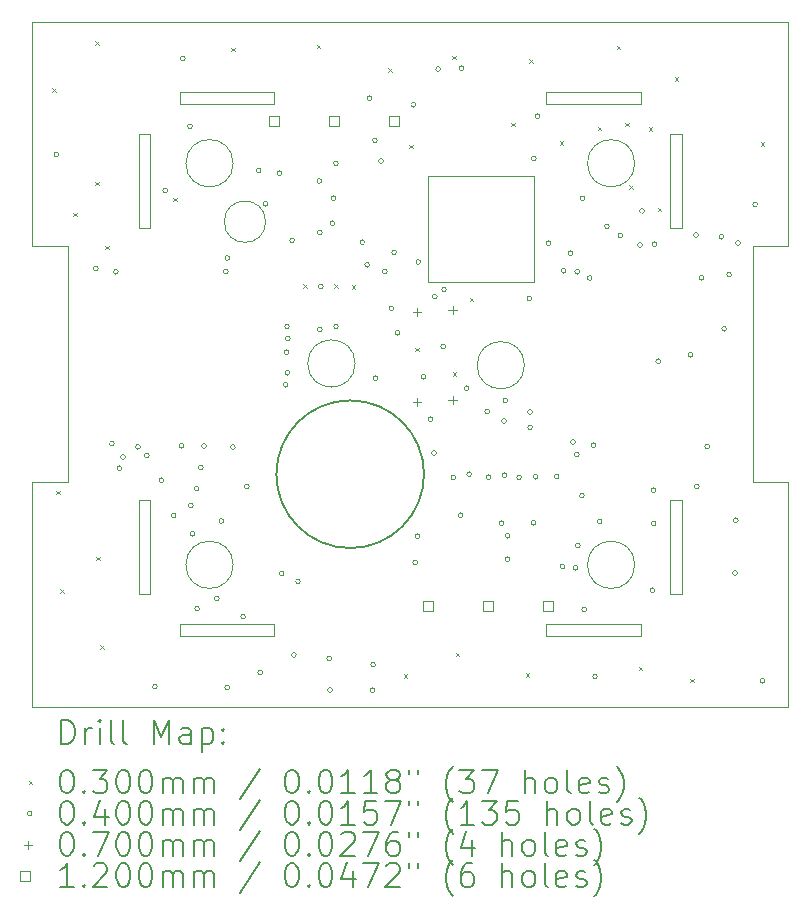
<source format=gbr>
%TF.GenerationSoftware,KiCad,Pcbnew,7.0.2*%
%TF.CreationDate,2023-06-06T15:13:50-04:00*%
%TF.ProjectId,baseplate,62617365-706c-4617-9465-2e6b69636164,rev?*%
%TF.SameCoordinates,Original*%
%TF.FileFunction,Drillmap*%
%TF.FilePolarity,Positive*%
%FSLAX45Y45*%
G04 Gerber Fmt 4.5, Leading zero omitted, Abs format (unit mm)*
G04 Created by KiCad (PCBNEW 7.0.2) date 2023-06-06 15:13:50*
%MOMM*%
%LPD*%
G01*
G04 APERTURE LIST*
%ADD10C,0.050000*%
%ADD11C,0.200000*%
%ADD12C,0.030000*%
%ADD13C,0.040000*%
%ADD14C,0.070000*%
%ADD15C,0.120000*%
G04 APERTURE END LIST*
D10*
X7500000Y-7450000D02*
X7500000Y-8250000D01*
X11650000Y-4000000D02*
X11650000Y-4100000D01*
X11900000Y-8250000D02*
X11900000Y-7450000D01*
X7400000Y-7450000D02*
X7500000Y-7450000D01*
X12600000Y-7300000D02*
X12600000Y-5300000D01*
X12000000Y-5150000D02*
X11900000Y-5150000D01*
X11600000Y-8000000D02*
G75*
G03*
X11600000Y-8000000I-200000J0D01*
G01*
X7750000Y-4000000D02*
X8550000Y-4000000D01*
X7750000Y-8500000D02*
X8550000Y-8500000D01*
X8550000Y-8500000D02*
X8550000Y-8600000D01*
X7500000Y-8250000D02*
X7400000Y-8250000D01*
X8550000Y-4000000D02*
X8550000Y-4100000D01*
X11650000Y-4100000D02*
X10850000Y-4100000D01*
X11650000Y-8600000D02*
X10850000Y-8600000D01*
X7400000Y-8250000D02*
X7400000Y-7450000D01*
X8550000Y-8600000D02*
X7750000Y-8600000D01*
X10850000Y-8600000D02*
X10850000Y-8500000D01*
D11*
X9816000Y-7233000D02*
G75*
G03*
X9816000Y-7233000I-625000J0D01*
G01*
D10*
X12000000Y-4350000D02*
X12000000Y-5150000D01*
X6500000Y-9200000D02*
X12900000Y-9200000D01*
X11600000Y-4600000D02*
G75*
G03*
X11600000Y-4600000I-200000J0D01*
G01*
X10666000Y-6310000D02*
G75*
G03*
X10666000Y-6310000I-200000J0D01*
G01*
X12900000Y-5300000D02*
X12900000Y-3400000D01*
X8200000Y-4600000D02*
G75*
G03*
X8200000Y-4600000I-200000J0D01*
G01*
X9232000Y-6295000D02*
G75*
G03*
X9232000Y-6295000I-200000J0D01*
G01*
X8200000Y-8000000D02*
G75*
G03*
X8200000Y-8000000I-200000J0D01*
G01*
X10850000Y-4100000D02*
X10850000Y-4000000D01*
X12900000Y-7300000D02*
X12900000Y-9200000D01*
X6500000Y-5300000D02*
X6500000Y-3400000D01*
X6800000Y-7300000D02*
X6500000Y-7300000D01*
X12900000Y-7300000D02*
X12600000Y-7300000D01*
X12900000Y-3400000D02*
X6500000Y-3400000D01*
X7400000Y-5150000D02*
X7400000Y-4350000D01*
X7400000Y-4350000D02*
X7500000Y-4350000D01*
X10850000Y-4000000D02*
X11650000Y-4000000D01*
X8550000Y-4100000D02*
X7750000Y-4100000D01*
X7500000Y-4350000D02*
X7500000Y-5150000D01*
X12000000Y-7450000D02*
X12000000Y-8250000D01*
X7750000Y-8600000D02*
X7750000Y-8500000D01*
X6500000Y-5300000D02*
X6800000Y-5300000D01*
X6800000Y-5300000D02*
X6800000Y-7300000D01*
X10850000Y-8500000D02*
X11650000Y-8500000D01*
X12000000Y-8250000D02*
X11900000Y-8250000D01*
X7500000Y-5150000D02*
X7400000Y-5150000D01*
X11650000Y-8500000D02*
X11650000Y-8600000D01*
X9846000Y-4704000D02*
X10746000Y-4704000D01*
X10746000Y-5604000D01*
X9846000Y-5604000D01*
X9846000Y-4704000D01*
X7750000Y-4100000D02*
X7750000Y-4000000D01*
X6500000Y-7300000D02*
X6500000Y-9200000D01*
X11900000Y-4350000D02*
X12000000Y-4350000D01*
X11900000Y-5150000D02*
X11900000Y-4350000D01*
X12600000Y-5300000D02*
X12900000Y-5300000D01*
X8475000Y-5095000D02*
G75*
G03*
X8475000Y-5095000I-175000J0D01*
G01*
X11900000Y-7450000D02*
X12000000Y-7450000D01*
D11*
D12*
X6668000Y-3966000D02*
X6698000Y-3996000D01*
X6698000Y-3966000D02*
X6668000Y-3996000D01*
X6702000Y-7372000D02*
X6732000Y-7402000D01*
X6732000Y-7372000D02*
X6702000Y-7402000D01*
X6736000Y-8207000D02*
X6766000Y-8237000D01*
X6766000Y-8207000D02*
X6736000Y-8237000D01*
X6848000Y-5019000D02*
X6878000Y-5049000D01*
X6878000Y-5019000D02*
X6848000Y-5049000D01*
X7032000Y-3567000D02*
X7062000Y-3597000D01*
X7062000Y-3567000D02*
X7032000Y-3597000D01*
X7033000Y-4758000D02*
X7063000Y-4788000D01*
X7063000Y-4758000D02*
X7033000Y-4788000D01*
X7042000Y-7933000D02*
X7072000Y-7963000D01*
X7072000Y-7933000D02*
X7042000Y-7963000D01*
X7076000Y-8681000D02*
X7106000Y-8711000D01*
X7106000Y-8681000D02*
X7076000Y-8711000D01*
X7116000Y-5297000D02*
X7146000Y-5327000D01*
X7146000Y-5297000D02*
X7116000Y-5327000D01*
X7693000Y-4893000D02*
X7723000Y-4923000D01*
X7723000Y-4893000D02*
X7693000Y-4923000D01*
X8186000Y-3623000D02*
X8216000Y-3653000D01*
X8216000Y-3623000D02*
X8186000Y-3653000D01*
X8795000Y-5625000D02*
X8825000Y-5655000D01*
X8825000Y-5625000D02*
X8795000Y-5655000D01*
X8906000Y-3596000D02*
X8936000Y-3626000D01*
X8936000Y-3596000D02*
X8906000Y-3626000D01*
X9055000Y-5625000D02*
X9085000Y-5655000D01*
X9085000Y-5625000D02*
X9055000Y-5655000D01*
X9205000Y-5635000D02*
X9235000Y-5665000D01*
X9235000Y-5635000D02*
X9205000Y-5665000D01*
X9515000Y-3795000D02*
X9545000Y-3825000D01*
X9545000Y-3795000D02*
X9515000Y-3825000D01*
X9644000Y-8925000D02*
X9674000Y-8955000D01*
X9674000Y-8925000D02*
X9644000Y-8955000D01*
X9689000Y-4442000D02*
X9719000Y-4472000D01*
X9719000Y-4442000D02*
X9689000Y-4472000D01*
X9743000Y-6160000D02*
X9773000Y-6190000D01*
X9773000Y-6160000D02*
X9743000Y-6190000D01*
X10057000Y-3691000D02*
X10087000Y-3721000D01*
X10087000Y-3691000D02*
X10057000Y-3721000D01*
X10059000Y-6371000D02*
X10089000Y-6401000D01*
X10089000Y-6371000D02*
X10059000Y-6401000D01*
X10085000Y-8745000D02*
X10115000Y-8775000D01*
X10115000Y-8745000D02*
X10085000Y-8775000D01*
X10205000Y-5738000D02*
X10235000Y-5768000D01*
X10235000Y-5738000D02*
X10205000Y-5768000D01*
X10556000Y-4256000D02*
X10586000Y-4286000D01*
X10586000Y-4256000D02*
X10556000Y-4286000D01*
X10677000Y-8919000D02*
X10707000Y-8949000D01*
X10707000Y-8919000D02*
X10677000Y-8949000D01*
X10705000Y-3719000D02*
X10735000Y-3749000D01*
X10735000Y-3719000D02*
X10705000Y-3749000D01*
X10967000Y-4413000D02*
X10997000Y-4443000D01*
X10997000Y-4413000D02*
X10967000Y-4443000D01*
X11288000Y-4290000D02*
X11318000Y-4320000D01*
X11318000Y-4290000D02*
X11288000Y-4320000D01*
X11446000Y-3605000D02*
X11476000Y-3635000D01*
X11476000Y-3605000D02*
X11446000Y-3635000D01*
X11519000Y-4257000D02*
X11549000Y-4287000D01*
X11549000Y-4257000D02*
X11519000Y-4287000D01*
X11555000Y-4785000D02*
X11585000Y-4815000D01*
X11585000Y-4785000D02*
X11555000Y-4815000D01*
X11634000Y-8863000D02*
X11664000Y-8893000D01*
X11664000Y-8863000D02*
X11634000Y-8893000D01*
X11720000Y-4295000D02*
X11750000Y-4325000D01*
X11750000Y-4295000D02*
X11720000Y-4325000D01*
X11795000Y-4975000D02*
X11825000Y-5005000D01*
X11825000Y-4975000D02*
X11795000Y-5005000D01*
X11938000Y-3870000D02*
X11968000Y-3900000D01*
X11968000Y-3870000D02*
X11938000Y-3900000D01*
X12069000Y-8965000D02*
X12099000Y-8995000D01*
X12099000Y-8965000D02*
X12069000Y-8995000D01*
X12668000Y-4422000D02*
X12698000Y-4452000D01*
X12698000Y-4422000D02*
X12668000Y-4452000D01*
D13*
X6724000Y-4525000D02*
G75*
G03*
X6724000Y-4525000I-20000J0D01*
G01*
X7058000Y-5490000D02*
G75*
G03*
X7058000Y-5490000I-20000J0D01*
G01*
X7194000Y-6973000D02*
G75*
G03*
X7194000Y-6973000I-20000J0D01*
G01*
X7227000Y-5519000D02*
G75*
G03*
X7227000Y-5519000I-20000J0D01*
G01*
X7255994Y-7182019D02*
G75*
G03*
X7255994Y-7182019I-20000J0D01*
G01*
X7287000Y-7087000D02*
G75*
G03*
X7287000Y-7087000I-20000J0D01*
G01*
X7414000Y-7001000D02*
G75*
G03*
X7414000Y-7001000I-20000J0D01*
G01*
X7489500Y-7073500D02*
G75*
G03*
X7489500Y-7073500I-20000J0D01*
G01*
X7558000Y-9032000D02*
G75*
G03*
X7558000Y-9032000I-20000J0D01*
G01*
X7612000Y-7284000D02*
G75*
G03*
X7612000Y-7284000I-20000J0D01*
G01*
X7644000Y-4831000D02*
G75*
G03*
X7644000Y-4831000I-20000J0D01*
G01*
X7716770Y-7580770D02*
G75*
G03*
X7716770Y-7580770I-20000J0D01*
G01*
X7783000Y-6993450D02*
G75*
G03*
X7783000Y-6993450I-20000J0D01*
G01*
X7794000Y-3712000D02*
G75*
G03*
X7794000Y-3712000I-20000J0D01*
G01*
X7855000Y-4287000D02*
G75*
G03*
X7855000Y-4287000I-20000J0D01*
G01*
X7862000Y-7496000D02*
G75*
G03*
X7862000Y-7496000I-20000J0D01*
G01*
X7876000Y-7737000D02*
G75*
G03*
X7876000Y-7737000I-20000J0D01*
G01*
X7910035Y-7353965D02*
G75*
G03*
X7910035Y-7353965I-20000J0D01*
G01*
X7915000Y-8372000D02*
G75*
G03*
X7915000Y-8372000I-20000J0D01*
G01*
X7947550Y-7176000D02*
G75*
G03*
X7947550Y-7176000I-20000J0D01*
G01*
X7973000Y-6994000D02*
G75*
G03*
X7973000Y-6994000I-20000J0D01*
G01*
X8082000Y-8285550D02*
G75*
G03*
X8082000Y-8285550I-20000J0D01*
G01*
X8121000Y-7629000D02*
G75*
G03*
X8121000Y-7629000I-20000J0D01*
G01*
X8157000Y-5517000D02*
G75*
G03*
X8157000Y-5517000I-20000J0D01*
G01*
X8170000Y-9039000D02*
G75*
G03*
X8170000Y-9039000I-20000J0D01*
G01*
X8171000Y-5402000D02*
G75*
G03*
X8171000Y-5402000I-20000J0D01*
G01*
X8217550Y-7003000D02*
G75*
G03*
X8217550Y-7003000I-20000J0D01*
G01*
X8304000Y-8439000D02*
G75*
G03*
X8304000Y-8439000I-20000J0D01*
G01*
X8335000Y-7338000D02*
G75*
G03*
X8335000Y-7338000I-20000J0D01*
G01*
X8436000Y-4660000D02*
G75*
G03*
X8436000Y-4660000I-20000J0D01*
G01*
X8450000Y-8911000D02*
G75*
G03*
X8450000Y-8911000I-20000J0D01*
G01*
X8493000Y-4944000D02*
G75*
G03*
X8493000Y-4944000I-20000J0D01*
G01*
X8612000Y-4683000D02*
G75*
G03*
X8612000Y-4683000I-20000J0D01*
G01*
X8631000Y-8072000D02*
G75*
G03*
X8631000Y-8072000I-20000J0D01*
G01*
X8664950Y-6475000D02*
G75*
G03*
X8664950Y-6475000I-20000J0D01*
G01*
X8672000Y-6200000D02*
G75*
G03*
X8672000Y-6200000I-20000J0D01*
G01*
X8676360Y-5982000D02*
G75*
G03*
X8676360Y-5982000I-20000J0D01*
G01*
X8679000Y-6374000D02*
G75*
G03*
X8679000Y-6374000I-20000J0D01*
G01*
X8682050Y-6084000D02*
G75*
G03*
X8682050Y-6084000I-20000J0D01*
G01*
X8719000Y-5253450D02*
G75*
G03*
X8719000Y-5253450I-20000J0D01*
G01*
X8734000Y-8763000D02*
G75*
G03*
X8734000Y-8763000I-20000J0D01*
G01*
X8769000Y-8141000D02*
G75*
G03*
X8769000Y-8141000I-20000J0D01*
G01*
X8950000Y-4750000D02*
G75*
G03*
X8950000Y-4750000I-20000J0D01*
G01*
X8954000Y-5185000D02*
G75*
G03*
X8954000Y-5185000I-20000J0D01*
G01*
X8954000Y-6007000D02*
G75*
G03*
X8954000Y-6007000I-20000J0D01*
G01*
X8962000Y-5643000D02*
G75*
G03*
X8962000Y-5643000I-20000J0D01*
G01*
X9033000Y-8792000D02*
G75*
G03*
X9033000Y-8792000I-20000J0D01*
G01*
X9040000Y-9060000D02*
G75*
G03*
X9040000Y-9060000I-20000J0D01*
G01*
X9059000Y-5107000D02*
G75*
G03*
X9059000Y-5107000I-20000J0D01*
G01*
X9071450Y-4895000D02*
G75*
G03*
X9071450Y-4895000I-20000J0D01*
G01*
X9090000Y-4600000D02*
G75*
G03*
X9090000Y-4600000I-20000J0D01*
G01*
X9091000Y-5983000D02*
G75*
G03*
X9091000Y-5983000I-20000J0D01*
G01*
X9312950Y-5267826D02*
G75*
G03*
X9312950Y-5267826I-20000J0D01*
G01*
X9355000Y-5460000D02*
G75*
G03*
X9355000Y-5460000I-20000J0D01*
G01*
X9373465Y-4048465D02*
G75*
G03*
X9373465Y-4048465I-20000J0D01*
G01*
X9400000Y-9060000D02*
G75*
G03*
X9400000Y-9060000I-20000J0D01*
G01*
X9405000Y-8845000D02*
G75*
G03*
X9405000Y-8845000I-20000J0D01*
G01*
X9421000Y-4406000D02*
G75*
G03*
X9421000Y-4406000I-20000J0D01*
G01*
X9425000Y-6420000D02*
G75*
G03*
X9425000Y-6420000I-20000J0D01*
G01*
X9472000Y-4581000D02*
G75*
G03*
X9472000Y-4581000I-20000J0D01*
G01*
X9503644Y-5514714D02*
G75*
G03*
X9503644Y-5514714I-20000J0D01*
G01*
X9560500Y-5828500D02*
G75*
G03*
X9560500Y-5828500I-20000J0D01*
G01*
X9582770Y-5354770D02*
G75*
G03*
X9582770Y-5354770I-20000J0D01*
G01*
X9611000Y-6036000D02*
G75*
G03*
X9611000Y-6036000I-20000J0D01*
G01*
X9745000Y-4105000D02*
G75*
G03*
X9745000Y-4105000I-20000J0D01*
G01*
X9762721Y-7979810D02*
G75*
G03*
X9762721Y-7979810I-20000J0D01*
G01*
X9781050Y-7758000D02*
G75*
G03*
X9781050Y-7758000I-20000J0D01*
G01*
X9787674Y-5435674D02*
G75*
G03*
X9787674Y-5435674I-20000J0D01*
G01*
X9831772Y-6409219D02*
G75*
G03*
X9831772Y-6409219I-20000J0D01*
G01*
X9892000Y-6767000D02*
G75*
G03*
X9892000Y-6767000I-20000J0D01*
G01*
X9921000Y-7053000D02*
G75*
G03*
X9921000Y-7053000I-20000J0D01*
G01*
X9927000Y-5730000D02*
G75*
G03*
X9927000Y-5730000I-20000J0D01*
G01*
X9956000Y-3803000D02*
G75*
G03*
X9956000Y-3803000I-20000J0D01*
G01*
X9999050Y-6150661D02*
G75*
G03*
X9999050Y-6150661I-20000J0D01*
G01*
X10005479Y-5668104D02*
G75*
G03*
X10005479Y-5668104I-20000J0D01*
G01*
X10085231Y-7260380D02*
G75*
G03*
X10085231Y-7260380I-20000J0D01*
G01*
X10147000Y-7579000D02*
G75*
G03*
X10147000Y-7579000I-20000J0D01*
G01*
X10154000Y-3796000D02*
G75*
G03*
X10154000Y-3796000I-20000J0D01*
G01*
X10197867Y-6503938D02*
G75*
G03*
X10197867Y-6503938I-20000J0D01*
G01*
X10218112Y-7232550D02*
G75*
G03*
X10218112Y-7232550I-20000J0D01*
G01*
X10371000Y-6702000D02*
G75*
G03*
X10371000Y-6702000I-20000J0D01*
G01*
X10382000Y-7257000D02*
G75*
G03*
X10382000Y-7257000I-20000J0D01*
G01*
X10491702Y-7647758D02*
G75*
G03*
X10491702Y-7647758I-20000J0D01*
G01*
X10514000Y-6782000D02*
G75*
G03*
X10514000Y-6782000I-20000J0D01*
G01*
X10518000Y-7242000D02*
G75*
G03*
X10518000Y-7242000I-20000J0D01*
G01*
X10525000Y-6609000D02*
G75*
G03*
X10525000Y-6609000I-20000J0D01*
G01*
X10543000Y-7951000D02*
G75*
G03*
X10543000Y-7951000I-20000J0D01*
G01*
X10544998Y-7754550D02*
G75*
G03*
X10544998Y-7754550I-20000J0D01*
G01*
X10641000Y-7260000D02*
G75*
G03*
X10641000Y-7260000I-20000J0D01*
G01*
X10728000Y-5744000D02*
G75*
G03*
X10728000Y-5744000I-20000J0D01*
G01*
X10734000Y-6705000D02*
G75*
G03*
X10734000Y-6705000I-20000J0D01*
G01*
X10734000Y-6836000D02*
G75*
G03*
X10734000Y-6836000I-20000J0D01*
G01*
X10764667Y-7644956D02*
G75*
G03*
X10764667Y-7644956I-20000J0D01*
G01*
X10765000Y-4561000D02*
G75*
G03*
X10765000Y-4561000I-20000J0D01*
G01*
X10782000Y-7255000D02*
G75*
G03*
X10782000Y-7255000I-20000J0D01*
G01*
X10798000Y-4202000D02*
G75*
G03*
X10798000Y-4202000I-20000J0D01*
G01*
X10889000Y-5276000D02*
G75*
G03*
X10889000Y-5276000I-20000J0D01*
G01*
X10959000Y-7253000D02*
G75*
G03*
X10959000Y-7253000I-20000J0D01*
G01*
X11008730Y-8014270D02*
G75*
G03*
X11008730Y-8014270I-20000J0D01*
G01*
X11018000Y-5510000D02*
G75*
G03*
X11018000Y-5510000I-20000J0D01*
G01*
X11076000Y-5362000D02*
G75*
G03*
X11076000Y-5362000I-20000J0D01*
G01*
X11098000Y-6960950D02*
G75*
G03*
X11098000Y-6960950I-20000J0D01*
G01*
X11119550Y-8026000D02*
G75*
G03*
X11119550Y-8026000I-20000J0D01*
G01*
X11128919Y-7065555D02*
G75*
G03*
X11128919Y-7065555I-20000J0D01*
G01*
X11133000Y-5519000D02*
G75*
G03*
X11133000Y-5519000I-20000J0D01*
G01*
X11137121Y-7836420D02*
G75*
G03*
X11137121Y-7836420I-20000J0D01*
G01*
X11173381Y-7413380D02*
G75*
G03*
X11173381Y-7413380I-20000J0D01*
G01*
X11178277Y-4897370D02*
G75*
G03*
X11178277Y-4897370I-20000J0D01*
G01*
X11192000Y-8377000D02*
G75*
G03*
X11192000Y-8377000I-20000J0D01*
G01*
X11239000Y-5571050D02*
G75*
G03*
X11239000Y-5571050I-20000J0D01*
G01*
X11271000Y-6988000D02*
G75*
G03*
X11271000Y-6988000I-20000J0D01*
G01*
X11284000Y-8945000D02*
G75*
G03*
X11284000Y-8945000I-20000J0D01*
G01*
X11323000Y-7633000D02*
G75*
G03*
X11323000Y-7633000I-20000J0D01*
G01*
X11385000Y-5134000D02*
G75*
G03*
X11385000Y-5134000I-20000J0D01*
G01*
X11499000Y-5213000D02*
G75*
G03*
X11499000Y-5213000I-20000J0D01*
G01*
X11663964Y-5292036D02*
G75*
G03*
X11663964Y-5292036I-20000J0D01*
G01*
X11682550Y-5003000D02*
G75*
G03*
X11682550Y-5003000I-20000J0D01*
G01*
X11769000Y-8214000D02*
G75*
G03*
X11769000Y-8214000I-20000J0D01*
G01*
X11779950Y-7368000D02*
G75*
G03*
X11779950Y-7368000I-20000J0D01*
G01*
X11780000Y-7650000D02*
G75*
G03*
X11780000Y-7650000I-20000J0D01*
G01*
X11788000Y-5284000D02*
G75*
G03*
X11788000Y-5284000I-20000J0D01*
G01*
X11819000Y-6276000D02*
G75*
G03*
X11819000Y-6276000I-20000J0D01*
G01*
X12092000Y-6222000D02*
G75*
G03*
X12092000Y-6222000I-20000J0D01*
G01*
X12139000Y-5208000D02*
G75*
G03*
X12139000Y-5208000I-20000J0D01*
G01*
X12146000Y-7335000D02*
G75*
G03*
X12146000Y-7335000I-20000J0D01*
G01*
X12186000Y-5571050D02*
G75*
G03*
X12186000Y-5571050I-20000J0D01*
G01*
X12234000Y-6998000D02*
G75*
G03*
X12234000Y-6998000I-20000J0D01*
G01*
X12353000Y-5223000D02*
G75*
G03*
X12353000Y-5223000I-20000J0D01*
G01*
X12377000Y-6002000D02*
G75*
G03*
X12377000Y-6002000I-20000J0D01*
G01*
X12419000Y-5544000D02*
G75*
G03*
X12419000Y-5544000I-20000J0D01*
G01*
X12470000Y-8070000D02*
G75*
G03*
X12470000Y-8070000I-20000J0D01*
G01*
X12476000Y-7622000D02*
G75*
G03*
X12476000Y-7622000I-20000J0D01*
G01*
X12495000Y-5276000D02*
G75*
G03*
X12495000Y-5276000I-20000J0D01*
G01*
X12639000Y-4949000D02*
G75*
G03*
X12639000Y-4949000I-20000J0D01*
G01*
X12701000Y-8983000D02*
G75*
G03*
X12701000Y-8983000I-20000J0D01*
G01*
D14*
X9754000Y-5822000D02*
X9754000Y-5892000D01*
X9719000Y-5857000D02*
X9789000Y-5857000D01*
X9754000Y-6584000D02*
X9754000Y-6654000D01*
X9719000Y-6619000D02*
X9789000Y-6619000D01*
X10058000Y-5808000D02*
X10058000Y-5878000D01*
X10023000Y-5843000D02*
X10093000Y-5843000D01*
X10058000Y-6570000D02*
X10058000Y-6640000D01*
X10023000Y-6605000D02*
X10093000Y-6605000D01*
D15*
X8587427Y-4281427D02*
X8587427Y-4196573D01*
X8502573Y-4196573D01*
X8502573Y-4281427D01*
X8587427Y-4281427D01*
X9095427Y-4281427D02*
X9095427Y-4196573D01*
X9010573Y-4196573D01*
X9010573Y-4281427D01*
X9095427Y-4281427D01*
X9603427Y-4281427D02*
X9603427Y-4196573D01*
X9518573Y-4196573D01*
X9518573Y-4281427D01*
X9603427Y-4281427D01*
X9896427Y-8390427D02*
X9896427Y-8305573D01*
X9811573Y-8305573D01*
X9811573Y-8390427D01*
X9896427Y-8390427D01*
X10404427Y-8390427D02*
X10404427Y-8305573D01*
X10319573Y-8305573D01*
X10319573Y-8390427D01*
X10404427Y-8390427D01*
X10912427Y-8390427D02*
X10912427Y-8305573D01*
X10827573Y-8305573D01*
X10827573Y-8390427D01*
X10912427Y-8390427D01*
D11*
X6745119Y-9515024D02*
X6745119Y-9315024D01*
X6745119Y-9315024D02*
X6792738Y-9315024D01*
X6792738Y-9315024D02*
X6821309Y-9324548D01*
X6821309Y-9324548D02*
X6840357Y-9343595D01*
X6840357Y-9343595D02*
X6849881Y-9362643D01*
X6849881Y-9362643D02*
X6859405Y-9400738D01*
X6859405Y-9400738D02*
X6859405Y-9429310D01*
X6859405Y-9429310D02*
X6849881Y-9467405D01*
X6849881Y-9467405D02*
X6840357Y-9486452D01*
X6840357Y-9486452D02*
X6821309Y-9505500D01*
X6821309Y-9505500D02*
X6792738Y-9515024D01*
X6792738Y-9515024D02*
X6745119Y-9515024D01*
X6945119Y-9515024D02*
X6945119Y-9381690D01*
X6945119Y-9419786D02*
X6954643Y-9400738D01*
X6954643Y-9400738D02*
X6964167Y-9391214D01*
X6964167Y-9391214D02*
X6983214Y-9381690D01*
X6983214Y-9381690D02*
X7002262Y-9381690D01*
X7068928Y-9515024D02*
X7068928Y-9381690D01*
X7068928Y-9315024D02*
X7059405Y-9324548D01*
X7059405Y-9324548D02*
X7068928Y-9334071D01*
X7068928Y-9334071D02*
X7078452Y-9324548D01*
X7078452Y-9324548D02*
X7068928Y-9315024D01*
X7068928Y-9315024D02*
X7068928Y-9334071D01*
X7192738Y-9515024D02*
X7173690Y-9505500D01*
X7173690Y-9505500D02*
X7164167Y-9486452D01*
X7164167Y-9486452D02*
X7164167Y-9315024D01*
X7297500Y-9515024D02*
X7278452Y-9505500D01*
X7278452Y-9505500D02*
X7268928Y-9486452D01*
X7268928Y-9486452D02*
X7268928Y-9315024D01*
X7526071Y-9515024D02*
X7526071Y-9315024D01*
X7526071Y-9315024D02*
X7592738Y-9457881D01*
X7592738Y-9457881D02*
X7659405Y-9315024D01*
X7659405Y-9315024D02*
X7659405Y-9515024D01*
X7840357Y-9515024D02*
X7840357Y-9410262D01*
X7840357Y-9410262D02*
X7830833Y-9391214D01*
X7830833Y-9391214D02*
X7811786Y-9381690D01*
X7811786Y-9381690D02*
X7773690Y-9381690D01*
X7773690Y-9381690D02*
X7754643Y-9391214D01*
X7840357Y-9505500D02*
X7821309Y-9515024D01*
X7821309Y-9515024D02*
X7773690Y-9515024D01*
X7773690Y-9515024D02*
X7754643Y-9505500D01*
X7754643Y-9505500D02*
X7745119Y-9486452D01*
X7745119Y-9486452D02*
X7745119Y-9467405D01*
X7745119Y-9467405D02*
X7754643Y-9448357D01*
X7754643Y-9448357D02*
X7773690Y-9438833D01*
X7773690Y-9438833D02*
X7821309Y-9438833D01*
X7821309Y-9438833D02*
X7840357Y-9429310D01*
X7935595Y-9381690D02*
X7935595Y-9581690D01*
X7935595Y-9391214D02*
X7954643Y-9381690D01*
X7954643Y-9381690D02*
X7992738Y-9381690D01*
X7992738Y-9381690D02*
X8011786Y-9391214D01*
X8011786Y-9391214D02*
X8021309Y-9400738D01*
X8021309Y-9400738D02*
X8030833Y-9419786D01*
X8030833Y-9419786D02*
X8030833Y-9476929D01*
X8030833Y-9476929D02*
X8021309Y-9495976D01*
X8021309Y-9495976D02*
X8011786Y-9505500D01*
X8011786Y-9505500D02*
X7992738Y-9515024D01*
X7992738Y-9515024D02*
X7954643Y-9515024D01*
X7954643Y-9515024D02*
X7935595Y-9505500D01*
X8116548Y-9495976D02*
X8126071Y-9505500D01*
X8126071Y-9505500D02*
X8116548Y-9515024D01*
X8116548Y-9515024D02*
X8107024Y-9505500D01*
X8107024Y-9505500D02*
X8116548Y-9495976D01*
X8116548Y-9495976D02*
X8116548Y-9515024D01*
X8116548Y-9391214D02*
X8126071Y-9400738D01*
X8126071Y-9400738D02*
X8116548Y-9410262D01*
X8116548Y-9410262D02*
X8107024Y-9400738D01*
X8107024Y-9400738D02*
X8116548Y-9391214D01*
X8116548Y-9391214D02*
X8116548Y-9410262D01*
D12*
X6467500Y-9827500D02*
X6497500Y-9857500D01*
X6497500Y-9827500D02*
X6467500Y-9857500D01*
D11*
X6783214Y-9735024D02*
X6802262Y-9735024D01*
X6802262Y-9735024D02*
X6821309Y-9744548D01*
X6821309Y-9744548D02*
X6830833Y-9754071D01*
X6830833Y-9754071D02*
X6840357Y-9773119D01*
X6840357Y-9773119D02*
X6849881Y-9811214D01*
X6849881Y-9811214D02*
X6849881Y-9858833D01*
X6849881Y-9858833D02*
X6840357Y-9896929D01*
X6840357Y-9896929D02*
X6830833Y-9915976D01*
X6830833Y-9915976D02*
X6821309Y-9925500D01*
X6821309Y-9925500D02*
X6802262Y-9935024D01*
X6802262Y-9935024D02*
X6783214Y-9935024D01*
X6783214Y-9935024D02*
X6764167Y-9925500D01*
X6764167Y-9925500D02*
X6754643Y-9915976D01*
X6754643Y-9915976D02*
X6745119Y-9896929D01*
X6745119Y-9896929D02*
X6735595Y-9858833D01*
X6735595Y-9858833D02*
X6735595Y-9811214D01*
X6735595Y-9811214D02*
X6745119Y-9773119D01*
X6745119Y-9773119D02*
X6754643Y-9754071D01*
X6754643Y-9754071D02*
X6764167Y-9744548D01*
X6764167Y-9744548D02*
X6783214Y-9735024D01*
X6935595Y-9915976D02*
X6945119Y-9925500D01*
X6945119Y-9925500D02*
X6935595Y-9935024D01*
X6935595Y-9935024D02*
X6926071Y-9925500D01*
X6926071Y-9925500D02*
X6935595Y-9915976D01*
X6935595Y-9915976D02*
X6935595Y-9935024D01*
X7011786Y-9735024D02*
X7135595Y-9735024D01*
X7135595Y-9735024D02*
X7068928Y-9811214D01*
X7068928Y-9811214D02*
X7097500Y-9811214D01*
X7097500Y-9811214D02*
X7116548Y-9820738D01*
X7116548Y-9820738D02*
X7126071Y-9830262D01*
X7126071Y-9830262D02*
X7135595Y-9849310D01*
X7135595Y-9849310D02*
X7135595Y-9896929D01*
X7135595Y-9896929D02*
X7126071Y-9915976D01*
X7126071Y-9915976D02*
X7116548Y-9925500D01*
X7116548Y-9925500D02*
X7097500Y-9935024D01*
X7097500Y-9935024D02*
X7040357Y-9935024D01*
X7040357Y-9935024D02*
X7021309Y-9925500D01*
X7021309Y-9925500D02*
X7011786Y-9915976D01*
X7259405Y-9735024D02*
X7278452Y-9735024D01*
X7278452Y-9735024D02*
X7297500Y-9744548D01*
X7297500Y-9744548D02*
X7307024Y-9754071D01*
X7307024Y-9754071D02*
X7316548Y-9773119D01*
X7316548Y-9773119D02*
X7326071Y-9811214D01*
X7326071Y-9811214D02*
X7326071Y-9858833D01*
X7326071Y-9858833D02*
X7316548Y-9896929D01*
X7316548Y-9896929D02*
X7307024Y-9915976D01*
X7307024Y-9915976D02*
X7297500Y-9925500D01*
X7297500Y-9925500D02*
X7278452Y-9935024D01*
X7278452Y-9935024D02*
X7259405Y-9935024D01*
X7259405Y-9935024D02*
X7240357Y-9925500D01*
X7240357Y-9925500D02*
X7230833Y-9915976D01*
X7230833Y-9915976D02*
X7221309Y-9896929D01*
X7221309Y-9896929D02*
X7211786Y-9858833D01*
X7211786Y-9858833D02*
X7211786Y-9811214D01*
X7211786Y-9811214D02*
X7221309Y-9773119D01*
X7221309Y-9773119D02*
X7230833Y-9754071D01*
X7230833Y-9754071D02*
X7240357Y-9744548D01*
X7240357Y-9744548D02*
X7259405Y-9735024D01*
X7449881Y-9735024D02*
X7468929Y-9735024D01*
X7468929Y-9735024D02*
X7487976Y-9744548D01*
X7487976Y-9744548D02*
X7497500Y-9754071D01*
X7497500Y-9754071D02*
X7507024Y-9773119D01*
X7507024Y-9773119D02*
X7516548Y-9811214D01*
X7516548Y-9811214D02*
X7516548Y-9858833D01*
X7516548Y-9858833D02*
X7507024Y-9896929D01*
X7507024Y-9896929D02*
X7497500Y-9915976D01*
X7497500Y-9915976D02*
X7487976Y-9925500D01*
X7487976Y-9925500D02*
X7468929Y-9935024D01*
X7468929Y-9935024D02*
X7449881Y-9935024D01*
X7449881Y-9935024D02*
X7430833Y-9925500D01*
X7430833Y-9925500D02*
X7421309Y-9915976D01*
X7421309Y-9915976D02*
X7411786Y-9896929D01*
X7411786Y-9896929D02*
X7402262Y-9858833D01*
X7402262Y-9858833D02*
X7402262Y-9811214D01*
X7402262Y-9811214D02*
X7411786Y-9773119D01*
X7411786Y-9773119D02*
X7421309Y-9754071D01*
X7421309Y-9754071D02*
X7430833Y-9744548D01*
X7430833Y-9744548D02*
X7449881Y-9735024D01*
X7602262Y-9935024D02*
X7602262Y-9801690D01*
X7602262Y-9820738D02*
X7611786Y-9811214D01*
X7611786Y-9811214D02*
X7630833Y-9801690D01*
X7630833Y-9801690D02*
X7659405Y-9801690D01*
X7659405Y-9801690D02*
X7678452Y-9811214D01*
X7678452Y-9811214D02*
X7687976Y-9830262D01*
X7687976Y-9830262D02*
X7687976Y-9935024D01*
X7687976Y-9830262D02*
X7697500Y-9811214D01*
X7697500Y-9811214D02*
X7716548Y-9801690D01*
X7716548Y-9801690D02*
X7745119Y-9801690D01*
X7745119Y-9801690D02*
X7764167Y-9811214D01*
X7764167Y-9811214D02*
X7773690Y-9830262D01*
X7773690Y-9830262D02*
X7773690Y-9935024D01*
X7868929Y-9935024D02*
X7868929Y-9801690D01*
X7868929Y-9820738D02*
X7878452Y-9811214D01*
X7878452Y-9811214D02*
X7897500Y-9801690D01*
X7897500Y-9801690D02*
X7926071Y-9801690D01*
X7926071Y-9801690D02*
X7945119Y-9811214D01*
X7945119Y-9811214D02*
X7954643Y-9830262D01*
X7954643Y-9830262D02*
X7954643Y-9935024D01*
X7954643Y-9830262D02*
X7964167Y-9811214D01*
X7964167Y-9811214D02*
X7983214Y-9801690D01*
X7983214Y-9801690D02*
X8011786Y-9801690D01*
X8011786Y-9801690D02*
X8030833Y-9811214D01*
X8030833Y-9811214D02*
X8040357Y-9830262D01*
X8040357Y-9830262D02*
X8040357Y-9935024D01*
X8430833Y-9725500D02*
X8259405Y-9982643D01*
X8687976Y-9735024D02*
X8707024Y-9735024D01*
X8707024Y-9735024D02*
X8726072Y-9744548D01*
X8726072Y-9744548D02*
X8735595Y-9754071D01*
X8735595Y-9754071D02*
X8745119Y-9773119D01*
X8745119Y-9773119D02*
X8754643Y-9811214D01*
X8754643Y-9811214D02*
X8754643Y-9858833D01*
X8754643Y-9858833D02*
X8745119Y-9896929D01*
X8745119Y-9896929D02*
X8735595Y-9915976D01*
X8735595Y-9915976D02*
X8726072Y-9925500D01*
X8726072Y-9925500D02*
X8707024Y-9935024D01*
X8707024Y-9935024D02*
X8687976Y-9935024D01*
X8687976Y-9935024D02*
X8668929Y-9925500D01*
X8668929Y-9925500D02*
X8659405Y-9915976D01*
X8659405Y-9915976D02*
X8649881Y-9896929D01*
X8649881Y-9896929D02*
X8640357Y-9858833D01*
X8640357Y-9858833D02*
X8640357Y-9811214D01*
X8640357Y-9811214D02*
X8649881Y-9773119D01*
X8649881Y-9773119D02*
X8659405Y-9754071D01*
X8659405Y-9754071D02*
X8668929Y-9744548D01*
X8668929Y-9744548D02*
X8687976Y-9735024D01*
X8840357Y-9915976D02*
X8849881Y-9925500D01*
X8849881Y-9925500D02*
X8840357Y-9935024D01*
X8840357Y-9935024D02*
X8830834Y-9925500D01*
X8830834Y-9925500D02*
X8840357Y-9915976D01*
X8840357Y-9915976D02*
X8840357Y-9935024D01*
X8973691Y-9735024D02*
X8992738Y-9735024D01*
X8992738Y-9735024D02*
X9011786Y-9744548D01*
X9011786Y-9744548D02*
X9021310Y-9754071D01*
X9021310Y-9754071D02*
X9030834Y-9773119D01*
X9030834Y-9773119D02*
X9040357Y-9811214D01*
X9040357Y-9811214D02*
X9040357Y-9858833D01*
X9040357Y-9858833D02*
X9030834Y-9896929D01*
X9030834Y-9896929D02*
X9021310Y-9915976D01*
X9021310Y-9915976D02*
X9011786Y-9925500D01*
X9011786Y-9925500D02*
X8992738Y-9935024D01*
X8992738Y-9935024D02*
X8973691Y-9935024D01*
X8973691Y-9935024D02*
X8954643Y-9925500D01*
X8954643Y-9925500D02*
X8945119Y-9915976D01*
X8945119Y-9915976D02*
X8935595Y-9896929D01*
X8935595Y-9896929D02*
X8926072Y-9858833D01*
X8926072Y-9858833D02*
X8926072Y-9811214D01*
X8926072Y-9811214D02*
X8935595Y-9773119D01*
X8935595Y-9773119D02*
X8945119Y-9754071D01*
X8945119Y-9754071D02*
X8954643Y-9744548D01*
X8954643Y-9744548D02*
X8973691Y-9735024D01*
X9230834Y-9935024D02*
X9116548Y-9935024D01*
X9173691Y-9935024D02*
X9173691Y-9735024D01*
X9173691Y-9735024D02*
X9154643Y-9763595D01*
X9154643Y-9763595D02*
X9135595Y-9782643D01*
X9135595Y-9782643D02*
X9116548Y-9792167D01*
X9421310Y-9935024D02*
X9307024Y-9935024D01*
X9364167Y-9935024D02*
X9364167Y-9735024D01*
X9364167Y-9735024D02*
X9345119Y-9763595D01*
X9345119Y-9763595D02*
X9326072Y-9782643D01*
X9326072Y-9782643D02*
X9307024Y-9792167D01*
X9535595Y-9820738D02*
X9516548Y-9811214D01*
X9516548Y-9811214D02*
X9507024Y-9801690D01*
X9507024Y-9801690D02*
X9497500Y-9782643D01*
X9497500Y-9782643D02*
X9497500Y-9773119D01*
X9497500Y-9773119D02*
X9507024Y-9754071D01*
X9507024Y-9754071D02*
X9516548Y-9744548D01*
X9516548Y-9744548D02*
X9535595Y-9735024D01*
X9535595Y-9735024D02*
X9573691Y-9735024D01*
X9573691Y-9735024D02*
X9592738Y-9744548D01*
X9592738Y-9744548D02*
X9602262Y-9754071D01*
X9602262Y-9754071D02*
X9611786Y-9773119D01*
X9611786Y-9773119D02*
X9611786Y-9782643D01*
X9611786Y-9782643D02*
X9602262Y-9801690D01*
X9602262Y-9801690D02*
X9592738Y-9811214D01*
X9592738Y-9811214D02*
X9573691Y-9820738D01*
X9573691Y-9820738D02*
X9535595Y-9820738D01*
X9535595Y-9820738D02*
X9516548Y-9830262D01*
X9516548Y-9830262D02*
X9507024Y-9839786D01*
X9507024Y-9839786D02*
X9497500Y-9858833D01*
X9497500Y-9858833D02*
X9497500Y-9896929D01*
X9497500Y-9896929D02*
X9507024Y-9915976D01*
X9507024Y-9915976D02*
X9516548Y-9925500D01*
X9516548Y-9925500D02*
X9535595Y-9935024D01*
X9535595Y-9935024D02*
X9573691Y-9935024D01*
X9573691Y-9935024D02*
X9592738Y-9925500D01*
X9592738Y-9925500D02*
X9602262Y-9915976D01*
X9602262Y-9915976D02*
X9611786Y-9896929D01*
X9611786Y-9896929D02*
X9611786Y-9858833D01*
X9611786Y-9858833D02*
X9602262Y-9839786D01*
X9602262Y-9839786D02*
X9592738Y-9830262D01*
X9592738Y-9830262D02*
X9573691Y-9820738D01*
X9687976Y-9735024D02*
X9687976Y-9773119D01*
X9764167Y-9735024D02*
X9764167Y-9773119D01*
X10059405Y-10011214D02*
X10049881Y-10001690D01*
X10049881Y-10001690D02*
X10030834Y-9973119D01*
X10030834Y-9973119D02*
X10021310Y-9954071D01*
X10021310Y-9954071D02*
X10011786Y-9925500D01*
X10011786Y-9925500D02*
X10002262Y-9877881D01*
X10002262Y-9877881D02*
X10002262Y-9839786D01*
X10002262Y-9839786D02*
X10011786Y-9792167D01*
X10011786Y-9792167D02*
X10021310Y-9763595D01*
X10021310Y-9763595D02*
X10030834Y-9744548D01*
X10030834Y-9744548D02*
X10049881Y-9715976D01*
X10049881Y-9715976D02*
X10059405Y-9706452D01*
X10116548Y-9735024D02*
X10240357Y-9735024D01*
X10240357Y-9735024D02*
X10173691Y-9811214D01*
X10173691Y-9811214D02*
X10202262Y-9811214D01*
X10202262Y-9811214D02*
X10221310Y-9820738D01*
X10221310Y-9820738D02*
X10230834Y-9830262D01*
X10230834Y-9830262D02*
X10240357Y-9849310D01*
X10240357Y-9849310D02*
X10240357Y-9896929D01*
X10240357Y-9896929D02*
X10230834Y-9915976D01*
X10230834Y-9915976D02*
X10221310Y-9925500D01*
X10221310Y-9925500D02*
X10202262Y-9935024D01*
X10202262Y-9935024D02*
X10145119Y-9935024D01*
X10145119Y-9935024D02*
X10126072Y-9925500D01*
X10126072Y-9925500D02*
X10116548Y-9915976D01*
X10307024Y-9735024D02*
X10440357Y-9735024D01*
X10440357Y-9735024D02*
X10354643Y-9935024D01*
X10668929Y-9935024D02*
X10668929Y-9735024D01*
X10754643Y-9935024D02*
X10754643Y-9830262D01*
X10754643Y-9830262D02*
X10745119Y-9811214D01*
X10745119Y-9811214D02*
X10726072Y-9801690D01*
X10726072Y-9801690D02*
X10697500Y-9801690D01*
X10697500Y-9801690D02*
X10678453Y-9811214D01*
X10678453Y-9811214D02*
X10668929Y-9820738D01*
X10878453Y-9935024D02*
X10859405Y-9925500D01*
X10859405Y-9925500D02*
X10849881Y-9915976D01*
X10849881Y-9915976D02*
X10840358Y-9896929D01*
X10840358Y-9896929D02*
X10840358Y-9839786D01*
X10840358Y-9839786D02*
X10849881Y-9820738D01*
X10849881Y-9820738D02*
X10859405Y-9811214D01*
X10859405Y-9811214D02*
X10878453Y-9801690D01*
X10878453Y-9801690D02*
X10907024Y-9801690D01*
X10907024Y-9801690D02*
X10926072Y-9811214D01*
X10926072Y-9811214D02*
X10935596Y-9820738D01*
X10935596Y-9820738D02*
X10945119Y-9839786D01*
X10945119Y-9839786D02*
X10945119Y-9896929D01*
X10945119Y-9896929D02*
X10935596Y-9915976D01*
X10935596Y-9915976D02*
X10926072Y-9925500D01*
X10926072Y-9925500D02*
X10907024Y-9935024D01*
X10907024Y-9935024D02*
X10878453Y-9935024D01*
X11059405Y-9935024D02*
X11040358Y-9925500D01*
X11040358Y-9925500D02*
X11030834Y-9906452D01*
X11030834Y-9906452D02*
X11030834Y-9735024D01*
X11211786Y-9925500D02*
X11192738Y-9935024D01*
X11192738Y-9935024D02*
X11154643Y-9935024D01*
X11154643Y-9935024D02*
X11135596Y-9925500D01*
X11135596Y-9925500D02*
X11126072Y-9906452D01*
X11126072Y-9906452D02*
X11126072Y-9830262D01*
X11126072Y-9830262D02*
X11135596Y-9811214D01*
X11135596Y-9811214D02*
X11154643Y-9801690D01*
X11154643Y-9801690D02*
X11192738Y-9801690D01*
X11192738Y-9801690D02*
X11211786Y-9811214D01*
X11211786Y-9811214D02*
X11221310Y-9830262D01*
X11221310Y-9830262D02*
X11221310Y-9849310D01*
X11221310Y-9849310D02*
X11126072Y-9868357D01*
X11297500Y-9925500D02*
X11316548Y-9935024D01*
X11316548Y-9935024D02*
X11354643Y-9935024D01*
X11354643Y-9935024D02*
X11373691Y-9925500D01*
X11373691Y-9925500D02*
X11383215Y-9906452D01*
X11383215Y-9906452D02*
X11383215Y-9896929D01*
X11383215Y-9896929D02*
X11373691Y-9877881D01*
X11373691Y-9877881D02*
X11354643Y-9868357D01*
X11354643Y-9868357D02*
X11326072Y-9868357D01*
X11326072Y-9868357D02*
X11307024Y-9858833D01*
X11307024Y-9858833D02*
X11297500Y-9839786D01*
X11297500Y-9839786D02*
X11297500Y-9830262D01*
X11297500Y-9830262D02*
X11307024Y-9811214D01*
X11307024Y-9811214D02*
X11326072Y-9801690D01*
X11326072Y-9801690D02*
X11354643Y-9801690D01*
X11354643Y-9801690D02*
X11373691Y-9811214D01*
X11449881Y-10011214D02*
X11459405Y-10001690D01*
X11459405Y-10001690D02*
X11478453Y-9973119D01*
X11478453Y-9973119D02*
X11487977Y-9954071D01*
X11487977Y-9954071D02*
X11497500Y-9925500D01*
X11497500Y-9925500D02*
X11507024Y-9877881D01*
X11507024Y-9877881D02*
X11507024Y-9839786D01*
X11507024Y-9839786D02*
X11497500Y-9792167D01*
X11497500Y-9792167D02*
X11487977Y-9763595D01*
X11487977Y-9763595D02*
X11478453Y-9744548D01*
X11478453Y-9744548D02*
X11459405Y-9715976D01*
X11459405Y-9715976D02*
X11449881Y-9706452D01*
D13*
X6497500Y-10106500D02*
G75*
G03*
X6497500Y-10106500I-20000J0D01*
G01*
D11*
X6783214Y-9999024D02*
X6802262Y-9999024D01*
X6802262Y-9999024D02*
X6821309Y-10008548D01*
X6821309Y-10008548D02*
X6830833Y-10018071D01*
X6830833Y-10018071D02*
X6840357Y-10037119D01*
X6840357Y-10037119D02*
X6849881Y-10075214D01*
X6849881Y-10075214D02*
X6849881Y-10122833D01*
X6849881Y-10122833D02*
X6840357Y-10160929D01*
X6840357Y-10160929D02*
X6830833Y-10179976D01*
X6830833Y-10179976D02*
X6821309Y-10189500D01*
X6821309Y-10189500D02*
X6802262Y-10199024D01*
X6802262Y-10199024D02*
X6783214Y-10199024D01*
X6783214Y-10199024D02*
X6764167Y-10189500D01*
X6764167Y-10189500D02*
X6754643Y-10179976D01*
X6754643Y-10179976D02*
X6745119Y-10160929D01*
X6745119Y-10160929D02*
X6735595Y-10122833D01*
X6735595Y-10122833D02*
X6735595Y-10075214D01*
X6735595Y-10075214D02*
X6745119Y-10037119D01*
X6745119Y-10037119D02*
X6754643Y-10018071D01*
X6754643Y-10018071D02*
X6764167Y-10008548D01*
X6764167Y-10008548D02*
X6783214Y-9999024D01*
X6935595Y-10179976D02*
X6945119Y-10189500D01*
X6945119Y-10189500D02*
X6935595Y-10199024D01*
X6935595Y-10199024D02*
X6926071Y-10189500D01*
X6926071Y-10189500D02*
X6935595Y-10179976D01*
X6935595Y-10179976D02*
X6935595Y-10199024D01*
X7116548Y-10065690D02*
X7116548Y-10199024D01*
X7068928Y-9989500D02*
X7021309Y-10132357D01*
X7021309Y-10132357D02*
X7145119Y-10132357D01*
X7259405Y-9999024D02*
X7278452Y-9999024D01*
X7278452Y-9999024D02*
X7297500Y-10008548D01*
X7297500Y-10008548D02*
X7307024Y-10018071D01*
X7307024Y-10018071D02*
X7316548Y-10037119D01*
X7316548Y-10037119D02*
X7326071Y-10075214D01*
X7326071Y-10075214D02*
X7326071Y-10122833D01*
X7326071Y-10122833D02*
X7316548Y-10160929D01*
X7316548Y-10160929D02*
X7307024Y-10179976D01*
X7307024Y-10179976D02*
X7297500Y-10189500D01*
X7297500Y-10189500D02*
X7278452Y-10199024D01*
X7278452Y-10199024D02*
X7259405Y-10199024D01*
X7259405Y-10199024D02*
X7240357Y-10189500D01*
X7240357Y-10189500D02*
X7230833Y-10179976D01*
X7230833Y-10179976D02*
X7221309Y-10160929D01*
X7221309Y-10160929D02*
X7211786Y-10122833D01*
X7211786Y-10122833D02*
X7211786Y-10075214D01*
X7211786Y-10075214D02*
X7221309Y-10037119D01*
X7221309Y-10037119D02*
X7230833Y-10018071D01*
X7230833Y-10018071D02*
X7240357Y-10008548D01*
X7240357Y-10008548D02*
X7259405Y-9999024D01*
X7449881Y-9999024D02*
X7468929Y-9999024D01*
X7468929Y-9999024D02*
X7487976Y-10008548D01*
X7487976Y-10008548D02*
X7497500Y-10018071D01*
X7497500Y-10018071D02*
X7507024Y-10037119D01*
X7507024Y-10037119D02*
X7516548Y-10075214D01*
X7516548Y-10075214D02*
X7516548Y-10122833D01*
X7516548Y-10122833D02*
X7507024Y-10160929D01*
X7507024Y-10160929D02*
X7497500Y-10179976D01*
X7497500Y-10179976D02*
X7487976Y-10189500D01*
X7487976Y-10189500D02*
X7468929Y-10199024D01*
X7468929Y-10199024D02*
X7449881Y-10199024D01*
X7449881Y-10199024D02*
X7430833Y-10189500D01*
X7430833Y-10189500D02*
X7421309Y-10179976D01*
X7421309Y-10179976D02*
X7411786Y-10160929D01*
X7411786Y-10160929D02*
X7402262Y-10122833D01*
X7402262Y-10122833D02*
X7402262Y-10075214D01*
X7402262Y-10075214D02*
X7411786Y-10037119D01*
X7411786Y-10037119D02*
X7421309Y-10018071D01*
X7421309Y-10018071D02*
X7430833Y-10008548D01*
X7430833Y-10008548D02*
X7449881Y-9999024D01*
X7602262Y-10199024D02*
X7602262Y-10065690D01*
X7602262Y-10084738D02*
X7611786Y-10075214D01*
X7611786Y-10075214D02*
X7630833Y-10065690D01*
X7630833Y-10065690D02*
X7659405Y-10065690D01*
X7659405Y-10065690D02*
X7678452Y-10075214D01*
X7678452Y-10075214D02*
X7687976Y-10094262D01*
X7687976Y-10094262D02*
X7687976Y-10199024D01*
X7687976Y-10094262D02*
X7697500Y-10075214D01*
X7697500Y-10075214D02*
X7716548Y-10065690D01*
X7716548Y-10065690D02*
X7745119Y-10065690D01*
X7745119Y-10065690D02*
X7764167Y-10075214D01*
X7764167Y-10075214D02*
X7773690Y-10094262D01*
X7773690Y-10094262D02*
X7773690Y-10199024D01*
X7868929Y-10199024D02*
X7868929Y-10065690D01*
X7868929Y-10084738D02*
X7878452Y-10075214D01*
X7878452Y-10075214D02*
X7897500Y-10065690D01*
X7897500Y-10065690D02*
X7926071Y-10065690D01*
X7926071Y-10065690D02*
X7945119Y-10075214D01*
X7945119Y-10075214D02*
X7954643Y-10094262D01*
X7954643Y-10094262D02*
X7954643Y-10199024D01*
X7954643Y-10094262D02*
X7964167Y-10075214D01*
X7964167Y-10075214D02*
X7983214Y-10065690D01*
X7983214Y-10065690D02*
X8011786Y-10065690D01*
X8011786Y-10065690D02*
X8030833Y-10075214D01*
X8030833Y-10075214D02*
X8040357Y-10094262D01*
X8040357Y-10094262D02*
X8040357Y-10199024D01*
X8430833Y-9989500D02*
X8259405Y-10246643D01*
X8687976Y-9999024D02*
X8707024Y-9999024D01*
X8707024Y-9999024D02*
X8726072Y-10008548D01*
X8726072Y-10008548D02*
X8735595Y-10018071D01*
X8735595Y-10018071D02*
X8745119Y-10037119D01*
X8745119Y-10037119D02*
X8754643Y-10075214D01*
X8754643Y-10075214D02*
X8754643Y-10122833D01*
X8754643Y-10122833D02*
X8745119Y-10160929D01*
X8745119Y-10160929D02*
X8735595Y-10179976D01*
X8735595Y-10179976D02*
X8726072Y-10189500D01*
X8726072Y-10189500D02*
X8707024Y-10199024D01*
X8707024Y-10199024D02*
X8687976Y-10199024D01*
X8687976Y-10199024D02*
X8668929Y-10189500D01*
X8668929Y-10189500D02*
X8659405Y-10179976D01*
X8659405Y-10179976D02*
X8649881Y-10160929D01*
X8649881Y-10160929D02*
X8640357Y-10122833D01*
X8640357Y-10122833D02*
X8640357Y-10075214D01*
X8640357Y-10075214D02*
X8649881Y-10037119D01*
X8649881Y-10037119D02*
X8659405Y-10018071D01*
X8659405Y-10018071D02*
X8668929Y-10008548D01*
X8668929Y-10008548D02*
X8687976Y-9999024D01*
X8840357Y-10179976D02*
X8849881Y-10189500D01*
X8849881Y-10189500D02*
X8840357Y-10199024D01*
X8840357Y-10199024D02*
X8830834Y-10189500D01*
X8830834Y-10189500D02*
X8840357Y-10179976D01*
X8840357Y-10179976D02*
X8840357Y-10199024D01*
X8973691Y-9999024D02*
X8992738Y-9999024D01*
X8992738Y-9999024D02*
X9011786Y-10008548D01*
X9011786Y-10008548D02*
X9021310Y-10018071D01*
X9021310Y-10018071D02*
X9030834Y-10037119D01*
X9030834Y-10037119D02*
X9040357Y-10075214D01*
X9040357Y-10075214D02*
X9040357Y-10122833D01*
X9040357Y-10122833D02*
X9030834Y-10160929D01*
X9030834Y-10160929D02*
X9021310Y-10179976D01*
X9021310Y-10179976D02*
X9011786Y-10189500D01*
X9011786Y-10189500D02*
X8992738Y-10199024D01*
X8992738Y-10199024D02*
X8973691Y-10199024D01*
X8973691Y-10199024D02*
X8954643Y-10189500D01*
X8954643Y-10189500D02*
X8945119Y-10179976D01*
X8945119Y-10179976D02*
X8935595Y-10160929D01*
X8935595Y-10160929D02*
X8926072Y-10122833D01*
X8926072Y-10122833D02*
X8926072Y-10075214D01*
X8926072Y-10075214D02*
X8935595Y-10037119D01*
X8935595Y-10037119D02*
X8945119Y-10018071D01*
X8945119Y-10018071D02*
X8954643Y-10008548D01*
X8954643Y-10008548D02*
X8973691Y-9999024D01*
X9230834Y-10199024D02*
X9116548Y-10199024D01*
X9173691Y-10199024D02*
X9173691Y-9999024D01*
X9173691Y-9999024D02*
X9154643Y-10027595D01*
X9154643Y-10027595D02*
X9135595Y-10046643D01*
X9135595Y-10046643D02*
X9116548Y-10056167D01*
X9411786Y-9999024D02*
X9316548Y-9999024D01*
X9316548Y-9999024D02*
X9307024Y-10094262D01*
X9307024Y-10094262D02*
X9316548Y-10084738D01*
X9316548Y-10084738D02*
X9335595Y-10075214D01*
X9335595Y-10075214D02*
X9383215Y-10075214D01*
X9383215Y-10075214D02*
X9402262Y-10084738D01*
X9402262Y-10084738D02*
X9411786Y-10094262D01*
X9411786Y-10094262D02*
X9421310Y-10113310D01*
X9421310Y-10113310D02*
X9421310Y-10160929D01*
X9421310Y-10160929D02*
X9411786Y-10179976D01*
X9411786Y-10179976D02*
X9402262Y-10189500D01*
X9402262Y-10189500D02*
X9383215Y-10199024D01*
X9383215Y-10199024D02*
X9335595Y-10199024D01*
X9335595Y-10199024D02*
X9316548Y-10189500D01*
X9316548Y-10189500D02*
X9307024Y-10179976D01*
X9487976Y-9999024D02*
X9621310Y-9999024D01*
X9621310Y-9999024D02*
X9535595Y-10199024D01*
X9687976Y-9999024D02*
X9687976Y-10037119D01*
X9764167Y-9999024D02*
X9764167Y-10037119D01*
X10059405Y-10275214D02*
X10049881Y-10265690D01*
X10049881Y-10265690D02*
X10030834Y-10237119D01*
X10030834Y-10237119D02*
X10021310Y-10218071D01*
X10021310Y-10218071D02*
X10011786Y-10189500D01*
X10011786Y-10189500D02*
X10002262Y-10141881D01*
X10002262Y-10141881D02*
X10002262Y-10103786D01*
X10002262Y-10103786D02*
X10011786Y-10056167D01*
X10011786Y-10056167D02*
X10021310Y-10027595D01*
X10021310Y-10027595D02*
X10030834Y-10008548D01*
X10030834Y-10008548D02*
X10049881Y-9979976D01*
X10049881Y-9979976D02*
X10059405Y-9970452D01*
X10240357Y-10199024D02*
X10126072Y-10199024D01*
X10183215Y-10199024D02*
X10183215Y-9999024D01*
X10183215Y-9999024D02*
X10164167Y-10027595D01*
X10164167Y-10027595D02*
X10145119Y-10046643D01*
X10145119Y-10046643D02*
X10126072Y-10056167D01*
X10307024Y-9999024D02*
X10430834Y-9999024D01*
X10430834Y-9999024D02*
X10364167Y-10075214D01*
X10364167Y-10075214D02*
X10392738Y-10075214D01*
X10392738Y-10075214D02*
X10411786Y-10084738D01*
X10411786Y-10084738D02*
X10421310Y-10094262D01*
X10421310Y-10094262D02*
X10430834Y-10113310D01*
X10430834Y-10113310D02*
X10430834Y-10160929D01*
X10430834Y-10160929D02*
X10421310Y-10179976D01*
X10421310Y-10179976D02*
X10411786Y-10189500D01*
X10411786Y-10189500D02*
X10392738Y-10199024D01*
X10392738Y-10199024D02*
X10335596Y-10199024D01*
X10335596Y-10199024D02*
X10316548Y-10189500D01*
X10316548Y-10189500D02*
X10307024Y-10179976D01*
X10611786Y-9999024D02*
X10516548Y-9999024D01*
X10516548Y-9999024D02*
X10507024Y-10094262D01*
X10507024Y-10094262D02*
X10516548Y-10084738D01*
X10516548Y-10084738D02*
X10535596Y-10075214D01*
X10535596Y-10075214D02*
X10583215Y-10075214D01*
X10583215Y-10075214D02*
X10602262Y-10084738D01*
X10602262Y-10084738D02*
X10611786Y-10094262D01*
X10611786Y-10094262D02*
X10621310Y-10113310D01*
X10621310Y-10113310D02*
X10621310Y-10160929D01*
X10621310Y-10160929D02*
X10611786Y-10179976D01*
X10611786Y-10179976D02*
X10602262Y-10189500D01*
X10602262Y-10189500D02*
X10583215Y-10199024D01*
X10583215Y-10199024D02*
X10535596Y-10199024D01*
X10535596Y-10199024D02*
X10516548Y-10189500D01*
X10516548Y-10189500D02*
X10507024Y-10179976D01*
X10859405Y-10199024D02*
X10859405Y-9999024D01*
X10945119Y-10199024D02*
X10945119Y-10094262D01*
X10945119Y-10094262D02*
X10935596Y-10075214D01*
X10935596Y-10075214D02*
X10916548Y-10065690D01*
X10916548Y-10065690D02*
X10887977Y-10065690D01*
X10887977Y-10065690D02*
X10868929Y-10075214D01*
X10868929Y-10075214D02*
X10859405Y-10084738D01*
X11068929Y-10199024D02*
X11049881Y-10189500D01*
X11049881Y-10189500D02*
X11040358Y-10179976D01*
X11040358Y-10179976D02*
X11030834Y-10160929D01*
X11030834Y-10160929D02*
X11030834Y-10103786D01*
X11030834Y-10103786D02*
X11040358Y-10084738D01*
X11040358Y-10084738D02*
X11049881Y-10075214D01*
X11049881Y-10075214D02*
X11068929Y-10065690D01*
X11068929Y-10065690D02*
X11097500Y-10065690D01*
X11097500Y-10065690D02*
X11116548Y-10075214D01*
X11116548Y-10075214D02*
X11126072Y-10084738D01*
X11126072Y-10084738D02*
X11135596Y-10103786D01*
X11135596Y-10103786D02*
X11135596Y-10160929D01*
X11135596Y-10160929D02*
X11126072Y-10179976D01*
X11126072Y-10179976D02*
X11116548Y-10189500D01*
X11116548Y-10189500D02*
X11097500Y-10199024D01*
X11097500Y-10199024D02*
X11068929Y-10199024D01*
X11249881Y-10199024D02*
X11230834Y-10189500D01*
X11230834Y-10189500D02*
X11221310Y-10170452D01*
X11221310Y-10170452D02*
X11221310Y-9999024D01*
X11402262Y-10189500D02*
X11383215Y-10199024D01*
X11383215Y-10199024D02*
X11345119Y-10199024D01*
X11345119Y-10199024D02*
X11326072Y-10189500D01*
X11326072Y-10189500D02*
X11316548Y-10170452D01*
X11316548Y-10170452D02*
X11316548Y-10094262D01*
X11316548Y-10094262D02*
X11326072Y-10075214D01*
X11326072Y-10075214D02*
X11345119Y-10065690D01*
X11345119Y-10065690D02*
X11383215Y-10065690D01*
X11383215Y-10065690D02*
X11402262Y-10075214D01*
X11402262Y-10075214D02*
X11411786Y-10094262D01*
X11411786Y-10094262D02*
X11411786Y-10113310D01*
X11411786Y-10113310D02*
X11316548Y-10132357D01*
X11487977Y-10189500D02*
X11507024Y-10199024D01*
X11507024Y-10199024D02*
X11545119Y-10199024D01*
X11545119Y-10199024D02*
X11564167Y-10189500D01*
X11564167Y-10189500D02*
X11573691Y-10170452D01*
X11573691Y-10170452D02*
X11573691Y-10160929D01*
X11573691Y-10160929D02*
X11564167Y-10141881D01*
X11564167Y-10141881D02*
X11545119Y-10132357D01*
X11545119Y-10132357D02*
X11516548Y-10132357D01*
X11516548Y-10132357D02*
X11497500Y-10122833D01*
X11497500Y-10122833D02*
X11487977Y-10103786D01*
X11487977Y-10103786D02*
X11487977Y-10094262D01*
X11487977Y-10094262D02*
X11497500Y-10075214D01*
X11497500Y-10075214D02*
X11516548Y-10065690D01*
X11516548Y-10065690D02*
X11545119Y-10065690D01*
X11545119Y-10065690D02*
X11564167Y-10075214D01*
X11640358Y-10275214D02*
X11649881Y-10265690D01*
X11649881Y-10265690D02*
X11668929Y-10237119D01*
X11668929Y-10237119D02*
X11678453Y-10218071D01*
X11678453Y-10218071D02*
X11687977Y-10189500D01*
X11687977Y-10189500D02*
X11697500Y-10141881D01*
X11697500Y-10141881D02*
X11697500Y-10103786D01*
X11697500Y-10103786D02*
X11687977Y-10056167D01*
X11687977Y-10056167D02*
X11678453Y-10027595D01*
X11678453Y-10027595D02*
X11668929Y-10008548D01*
X11668929Y-10008548D02*
X11649881Y-9979976D01*
X11649881Y-9979976D02*
X11640358Y-9970452D01*
D14*
X6462500Y-10335500D02*
X6462500Y-10405500D01*
X6427500Y-10370500D02*
X6497500Y-10370500D01*
D11*
X6783214Y-10263024D02*
X6802262Y-10263024D01*
X6802262Y-10263024D02*
X6821309Y-10272548D01*
X6821309Y-10272548D02*
X6830833Y-10282071D01*
X6830833Y-10282071D02*
X6840357Y-10301119D01*
X6840357Y-10301119D02*
X6849881Y-10339214D01*
X6849881Y-10339214D02*
X6849881Y-10386833D01*
X6849881Y-10386833D02*
X6840357Y-10424929D01*
X6840357Y-10424929D02*
X6830833Y-10443976D01*
X6830833Y-10443976D02*
X6821309Y-10453500D01*
X6821309Y-10453500D02*
X6802262Y-10463024D01*
X6802262Y-10463024D02*
X6783214Y-10463024D01*
X6783214Y-10463024D02*
X6764167Y-10453500D01*
X6764167Y-10453500D02*
X6754643Y-10443976D01*
X6754643Y-10443976D02*
X6745119Y-10424929D01*
X6745119Y-10424929D02*
X6735595Y-10386833D01*
X6735595Y-10386833D02*
X6735595Y-10339214D01*
X6735595Y-10339214D02*
X6745119Y-10301119D01*
X6745119Y-10301119D02*
X6754643Y-10282071D01*
X6754643Y-10282071D02*
X6764167Y-10272548D01*
X6764167Y-10272548D02*
X6783214Y-10263024D01*
X6935595Y-10443976D02*
X6945119Y-10453500D01*
X6945119Y-10453500D02*
X6935595Y-10463024D01*
X6935595Y-10463024D02*
X6926071Y-10453500D01*
X6926071Y-10453500D02*
X6935595Y-10443976D01*
X6935595Y-10443976D02*
X6935595Y-10463024D01*
X7011786Y-10263024D02*
X7145119Y-10263024D01*
X7145119Y-10263024D02*
X7059405Y-10463024D01*
X7259405Y-10263024D02*
X7278452Y-10263024D01*
X7278452Y-10263024D02*
X7297500Y-10272548D01*
X7297500Y-10272548D02*
X7307024Y-10282071D01*
X7307024Y-10282071D02*
X7316548Y-10301119D01*
X7316548Y-10301119D02*
X7326071Y-10339214D01*
X7326071Y-10339214D02*
X7326071Y-10386833D01*
X7326071Y-10386833D02*
X7316548Y-10424929D01*
X7316548Y-10424929D02*
X7307024Y-10443976D01*
X7307024Y-10443976D02*
X7297500Y-10453500D01*
X7297500Y-10453500D02*
X7278452Y-10463024D01*
X7278452Y-10463024D02*
X7259405Y-10463024D01*
X7259405Y-10463024D02*
X7240357Y-10453500D01*
X7240357Y-10453500D02*
X7230833Y-10443976D01*
X7230833Y-10443976D02*
X7221309Y-10424929D01*
X7221309Y-10424929D02*
X7211786Y-10386833D01*
X7211786Y-10386833D02*
X7211786Y-10339214D01*
X7211786Y-10339214D02*
X7221309Y-10301119D01*
X7221309Y-10301119D02*
X7230833Y-10282071D01*
X7230833Y-10282071D02*
X7240357Y-10272548D01*
X7240357Y-10272548D02*
X7259405Y-10263024D01*
X7449881Y-10263024D02*
X7468929Y-10263024D01*
X7468929Y-10263024D02*
X7487976Y-10272548D01*
X7487976Y-10272548D02*
X7497500Y-10282071D01*
X7497500Y-10282071D02*
X7507024Y-10301119D01*
X7507024Y-10301119D02*
X7516548Y-10339214D01*
X7516548Y-10339214D02*
X7516548Y-10386833D01*
X7516548Y-10386833D02*
X7507024Y-10424929D01*
X7507024Y-10424929D02*
X7497500Y-10443976D01*
X7497500Y-10443976D02*
X7487976Y-10453500D01*
X7487976Y-10453500D02*
X7468929Y-10463024D01*
X7468929Y-10463024D02*
X7449881Y-10463024D01*
X7449881Y-10463024D02*
X7430833Y-10453500D01*
X7430833Y-10453500D02*
X7421309Y-10443976D01*
X7421309Y-10443976D02*
X7411786Y-10424929D01*
X7411786Y-10424929D02*
X7402262Y-10386833D01*
X7402262Y-10386833D02*
X7402262Y-10339214D01*
X7402262Y-10339214D02*
X7411786Y-10301119D01*
X7411786Y-10301119D02*
X7421309Y-10282071D01*
X7421309Y-10282071D02*
X7430833Y-10272548D01*
X7430833Y-10272548D02*
X7449881Y-10263024D01*
X7602262Y-10463024D02*
X7602262Y-10329690D01*
X7602262Y-10348738D02*
X7611786Y-10339214D01*
X7611786Y-10339214D02*
X7630833Y-10329690D01*
X7630833Y-10329690D02*
X7659405Y-10329690D01*
X7659405Y-10329690D02*
X7678452Y-10339214D01*
X7678452Y-10339214D02*
X7687976Y-10358262D01*
X7687976Y-10358262D02*
X7687976Y-10463024D01*
X7687976Y-10358262D02*
X7697500Y-10339214D01*
X7697500Y-10339214D02*
X7716548Y-10329690D01*
X7716548Y-10329690D02*
X7745119Y-10329690D01*
X7745119Y-10329690D02*
X7764167Y-10339214D01*
X7764167Y-10339214D02*
X7773690Y-10358262D01*
X7773690Y-10358262D02*
X7773690Y-10463024D01*
X7868929Y-10463024D02*
X7868929Y-10329690D01*
X7868929Y-10348738D02*
X7878452Y-10339214D01*
X7878452Y-10339214D02*
X7897500Y-10329690D01*
X7897500Y-10329690D02*
X7926071Y-10329690D01*
X7926071Y-10329690D02*
X7945119Y-10339214D01*
X7945119Y-10339214D02*
X7954643Y-10358262D01*
X7954643Y-10358262D02*
X7954643Y-10463024D01*
X7954643Y-10358262D02*
X7964167Y-10339214D01*
X7964167Y-10339214D02*
X7983214Y-10329690D01*
X7983214Y-10329690D02*
X8011786Y-10329690D01*
X8011786Y-10329690D02*
X8030833Y-10339214D01*
X8030833Y-10339214D02*
X8040357Y-10358262D01*
X8040357Y-10358262D02*
X8040357Y-10463024D01*
X8430833Y-10253500D02*
X8259405Y-10510643D01*
X8687976Y-10263024D02*
X8707024Y-10263024D01*
X8707024Y-10263024D02*
X8726072Y-10272548D01*
X8726072Y-10272548D02*
X8735595Y-10282071D01*
X8735595Y-10282071D02*
X8745119Y-10301119D01*
X8745119Y-10301119D02*
X8754643Y-10339214D01*
X8754643Y-10339214D02*
X8754643Y-10386833D01*
X8754643Y-10386833D02*
X8745119Y-10424929D01*
X8745119Y-10424929D02*
X8735595Y-10443976D01*
X8735595Y-10443976D02*
X8726072Y-10453500D01*
X8726072Y-10453500D02*
X8707024Y-10463024D01*
X8707024Y-10463024D02*
X8687976Y-10463024D01*
X8687976Y-10463024D02*
X8668929Y-10453500D01*
X8668929Y-10453500D02*
X8659405Y-10443976D01*
X8659405Y-10443976D02*
X8649881Y-10424929D01*
X8649881Y-10424929D02*
X8640357Y-10386833D01*
X8640357Y-10386833D02*
X8640357Y-10339214D01*
X8640357Y-10339214D02*
X8649881Y-10301119D01*
X8649881Y-10301119D02*
X8659405Y-10282071D01*
X8659405Y-10282071D02*
X8668929Y-10272548D01*
X8668929Y-10272548D02*
X8687976Y-10263024D01*
X8840357Y-10443976D02*
X8849881Y-10453500D01*
X8849881Y-10453500D02*
X8840357Y-10463024D01*
X8840357Y-10463024D02*
X8830834Y-10453500D01*
X8830834Y-10453500D02*
X8840357Y-10443976D01*
X8840357Y-10443976D02*
X8840357Y-10463024D01*
X8973691Y-10263024D02*
X8992738Y-10263024D01*
X8992738Y-10263024D02*
X9011786Y-10272548D01*
X9011786Y-10272548D02*
X9021310Y-10282071D01*
X9021310Y-10282071D02*
X9030834Y-10301119D01*
X9030834Y-10301119D02*
X9040357Y-10339214D01*
X9040357Y-10339214D02*
X9040357Y-10386833D01*
X9040357Y-10386833D02*
X9030834Y-10424929D01*
X9030834Y-10424929D02*
X9021310Y-10443976D01*
X9021310Y-10443976D02*
X9011786Y-10453500D01*
X9011786Y-10453500D02*
X8992738Y-10463024D01*
X8992738Y-10463024D02*
X8973691Y-10463024D01*
X8973691Y-10463024D02*
X8954643Y-10453500D01*
X8954643Y-10453500D02*
X8945119Y-10443976D01*
X8945119Y-10443976D02*
X8935595Y-10424929D01*
X8935595Y-10424929D02*
X8926072Y-10386833D01*
X8926072Y-10386833D02*
X8926072Y-10339214D01*
X8926072Y-10339214D02*
X8935595Y-10301119D01*
X8935595Y-10301119D02*
X8945119Y-10282071D01*
X8945119Y-10282071D02*
X8954643Y-10272548D01*
X8954643Y-10272548D02*
X8973691Y-10263024D01*
X9116548Y-10282071D02*
X9126072Y-10272548D01*
X9126072Y-10272548D02*
X9145119Y-10263024D01*
X9145119Y-10263024D02*
X9192738Y-10263024D01*
X9192738Y-10263024D02*
X9211786Y-10272548D01*
X9211786Y-10272548D02*
X9221310Y-10282071D01*
X9221310Y-10282071D02*
X9230834Y-10301119D01*
X9230834Y-10301119D02*
X9230834Y-10320167D01*
X9230834Y-10320167D02*
X9221310Y-10348738D01*
X9221310Y-10348738D02*
X9107024Y-10463024D01*
X9107024Y-10463024D02*
X9230834Y-10463024D01*
X9297500Y-10263024D02*
X9430834Y-10263024D01*
X9430834Y-10263024D02*
X9345119Y-10463024D01*
X9592738Y-10263024D02*
X9554643Y-10263024D01*
X9554643Y-10263024D02*
X9535595Y-10272548D01*
X9535595Y-10272548D02*
X9526072Y-10282071D01*
X9526072Y-10282071D02*
X9507024Y-10310643D01*
X9507024Y-10310643D02*
X9497500Y-10348738D01*
X9497500Y-10348738D02*
X9497500Y-10424929D01*
X9497500Y-10424929D02*
X9507024Y-10443976D01*
X9507024Y-10443976D02*
X9516548Y-10453500D01*
X9516548Y-10453500D02*
X9535595Y-10463024D01*
X9535595Y-10463024D02*
X9573691Y-10463024D01*
X9573691Y-10463024D02*
X9592738Y-10453500D01*
X9592738Y-10453500D02*
X9602262Y-10443976D01*
X9602262Y-10443976D02*
X9611786Y-10424929D01*
X9611786Y-10424929D02*
X9611786Y-10377310D01*
X9611786Y-10377310D02*
X9602262Y-10358262D01*
X9602262Y-10358262D02*
X9592738Y-10348738D01*
X9592738Y-10348738D02*
X9573691Y-10339214D01*
X9573691Y-10339214D02*
X9535595Y-10339214D01*
X9535595Y-10339214D02*
X9516548Y-10348738D01*
X9516548Y-10348738D02*
X9507024Y-10358262D01*
X9507024Y-10358262D02*
X9497500Y-10377310D01*
X9687976Y-10263024D02*
X9687976Y-10301119D01*
X9764167Y-10263024D02*
X9764167Y-10301119D01*
X10059405Y-10539214D02*
X10049881Y-10529690D01*
X10049881Y-10529690D02*
X10030834Y-10501119D01*
X10030834Y-10501119D02*
X10021310Y-10482071D01*
X10021310Y-10482071D02*
X10011786Y-10453500D01*
X10011786Y-10453500D02*
X10002262Y-10405881D01*
X10002262Y-10405881D02*
X10002262Y-10367786D01*
X10002262Y-10367786D02*
X10011786Y-10320167D01*
X10011786Y-10320167D02*
X10021310Y-10291595D01*
X10021310Y-10291595D02*
X10030834Y-10272548D01*
X10030834Y-10272548D02*
X10049881Y-10243976D01*
X10049881Y-10243976D02*
X10059405Y-10234452D01*
X10221310Y-10329690D02*
X10221310Y-10463024D01*
X10173691Y-10253500D02*
X10126072Y-10396357D01*
X10126072Y-10396357D02*
X10249881Y-10396357D01*
X10478453Y-10463024D02*
X10478453Y-10263024D01*
X10564167Y-10463024D02*
X10564167Y-10358262D01*
X10564167Y-10358262D02*
X10554643Y-10339214D01*
X10554643Y-10339214D02*
X10535596Y-10329690D01*
X10535596Y-10329690D02*
X10507024Y-10329690D01*
X10507024Y-10329690D02*
X10487977Y-10339214D01*
X10487977Y-10339214D02*
X10478453Y-10348738D01*
X10687977Y-10463024D02*
X10668929Y-10453500D01*
X10668929Y-10453500D02*
X10659405Y-10443976D01*
X10659405Y-10443976D02*
X10649881Y-10424929D01*
X10649881Y-10424929D02*
X10649881Y-10367786D01*
X10649881Y-10367786D02*
X10659405Y-10348738D01*
X10659405Y-10348738D02*
X10668929Y-10339214D01*
X10668929Y-10339214D02*
X10687977Y-10329690D01*
X10687977Y-10329690D02*
X10716548Y-10329690D01*
X10716548Y-10329690D02*
X10735596Y-10339214D01*
X10735596Y-10339214D02*
X10745119Y-10348738D01*
X10745119Y-10348738D02*
X10754643Y-10367786D01*
X10754643Y-10367786D02*
X10754643Y-10424929D01*
X10754643Y-10424929D02*
X10745119Y-10443976D01*
X10745119Y-10443976D02*
X10735596Y-10453500D01*
X10735596Y-10453500D02*
X10716548Y-10463024D01*
X10716548Y-10463024D02*
X10687977Y-10463024D01*
X10868929Y-10463024D02*
X10849881Y-10453500D01*
X10849881Y-10453500D02*
X10840358Y-10434452D01*
X10840358Y-10434452D02*
X10840358Y-10263024D01*
X11021310Y-10453500D02*
X11002262Y-10463024D01*
X11002262Y-10463024D02*
X10964167Y-10463024D01*
X10964167Y-10463024D02*
X10945119Y-10453500D01*
X10945119Y-10453500D02*
X10935596Y-10434452D01*
X10935596Y-10434452D02*
X10935596Y-10358262D01*
X10935596Y-10358262D02*
X10945119Y-10339214D01*
X10945119Y-10339214D02*
X10964167Y-10329690D01*
X10964167Y-10329690D02*
X11002262Y-10329690D01*
X11002262Y-10329690D02*
X11021310Y-10339214D01*
X11021310Y-10339214D02*
X11030834Y-10358262D01*
X11030834Y-10358262D02*
X11030834Y-10377310D01*
X11030834Y-10377310D02*
X10935596Y-10396357D01*
X11107024Y-10453500D02*
X11126072Y-10463024D01*
X11126072Y-10463024D02*
X11164167Y-10463024D01*
X11164167Y-10463024D02*
X11183215Y-10453500D01*
X11183215Y-10453500D02*
X11192738Y-10434452D01*
X11192738Y-10434452D02*
X11192738Y-10424929D01*
X11192738Y-10424929D02*
X11183215Y-10405881D01*
X11183215Y-10405881D02*
X11164167Y-10396357D01*
X11164167Y-10396357D02*
X11135596Y-10396357D01*
X11135596Y-10396357D02*
X11116548Y-10386833D01*
X11116548Y-10386833D02*
X11107024Y-10367786D01*
X11107024Y-10367786D02*
X11107024Y-10358262D01*
X11107024Y-10358262D02*
X11116548Y-10339214D01*
X11116548Y-10339214D02*
X11135596Y-10329690D01*
X11135596Y-10329690D02*
X11164167Y-10329690D01*
X11164167Y-10329690D02*
X11183215Y-10339214D01*
X11259405Y-10539214D02*
X11268929Y-10529690D01*
X11268929Y-10529690D02*
X11287977Y-10501119D01*
X11287977Y-10501119D02*
X11297500Y-10482071D01*
X11297500Y-10482071D02*
X11307024Y-10453500D01*
X11307024Y-10453500D02*
X11316548Y-10405881D01*
X11316548Y-10405881D02*
X11316548Y-10367786D01*
X11316548Y-10367786D02*
X11307024Y-10320167D01*
X11307024Y-10320167D02*
X11297500Y-10291595D01*
X11297500Y-10291595D02*
X11287977Y-10272548D01*
X11287977Y-10272548D02*
X11268929Y-10243976D01*
X11268929Y-10243976D02*
X11259405Y-10234452D01*
D15*
X6479927Y-10676927D02*
X6479927Y-10592073D01*
X6395073Y-10592073D01*
X6395073Y-10676927D01*
X6479927Y-10676927D01*
D11*
X6849881Y-10727024D02*
X6735595Y-10727024D01*
X6792738Y-10727024D02*
X6792738Y-10527024D01*
X6792738Y-10527024D02*
X6773690Y-10555595D01*
X6773690Y-10555595D02*
X6754643Y-10574643D01*
X6754643Y-10574643D02*
X6735595Y-10584167D01*
X6935595Y-10707976D02*
X6945119Y-10717500D01*
X6945119Y-10717500D02*
X6935595Y-10727024D01*
X6935595Y-10727024D02*
X6926071Y-10717500D01*
X6926071Y-10717500D02*
X6935595Y-10707976D01*
X6935595Y-10707976D02*
X6935595Y-10727024D01*
X7021309Y-10546071D02*
X7030833Y-10536548D01*
X7030833Y-10536548D02*
X7049881Y-10527024D01*
X7049881Y-10527024D02*
X7097500Y-10527024D01*
X7097500Y-10527024D02*
X7116548Y-10536548D01*
X7116548Y-10536548D02*
X7126071Y-10546071D01*
X7126071Y-10546071D02*
X7135595Y-10565119D01*
X7135595Y-10565119D02*
X7135595Y-10584167D01*
X7135595Y-10584167D02*
X7126071Y-10612738D01*
X7126071Y-10612738D02*
X7011786Y-10727024D01*
X7011786Y-10727024D02*
X7135595Y-10727024D01*
X7259405Y-10527024D02*
X7278452Y-10527024D01*
X7278452Y-10527024D02*
X7297500Y-10536548D01*
X7297500Y-10536548D02*
X7307024Y-10546071D01*
X7307024Y-10546071D02*
X7316548Y-10565119D01*
X7316548Y-10565119D02*
X7326071Y-10603214D01*
X7326071Y-10603214D02*
X7326071Y-10650833D01*
X7326071Y-10650833D02*
X7316548Y-10688929D01*
X7316548Y-10688929D02*
X7307024Y-10707976D01*
X7307024Y-10707976D02*
X7297500Y-10717500D01*
X7297500Y-10717500D02*
X7278452Y-10727024D01*
X7278452Y-10727024D02*
X7259405Y-10727024D01*
X7259405Y-10727024D02*
X7240357Y-10717500D01*
X7240357Y-10717500D02*
X7230833Y-10707976D01*
X7230833Y-10707976D02*
X7221309Y-10688929D01*
X7221309Y-10688929D02*
X7211786Y-10650833D01*
X7211786Y-10650833D02*
X7211786Y-10603214D01*
X7211786Y-10603214D02*
X7221309Y-10565119D01*
X7221309Y-10565119D02*
X7230833Y-10546071D01*
X7230833Y-10546071D02*
X7240357Y-10536548D01*
X7240357Y-10536548D02*
X7259405Y-10527024D01*
X7449881Y-10527024D02*
X7468929Y-10527024D01*
X7468929Y-10527024D02*
X7487976Y-10536548D01*
X7487976Y-10536548D02*
X7497500Y-10546071D01*
X7497500Y-10546071D02*
X7507024Y-10565119D01*
X7507024Y-10565119D02*
X7516548Y-10603214D01*
X7516548Y-10603214D02*
X7516548Y-10650833D01*
X7516548Y-10650833D02*
X7507024Y-10688929D01*
X7507024Y-10688929D02*
X7497500Y-10707976D01*
X7497500Y-10707976D02*
X7487976Y-10717500D01*
X7487976Y-10717500D02*
X7468929Y-10727024D01*
X7468929Y-10727024D02*
X7449881Y-10727024D01*
X7449881Y-10727024D02*
X7430833Y-10717500D01*
X7430833Y-10717500D02*
X7421309Y-10707976D01*
X7421309Y-10707976D02*
X7411786Y-10688929D01*
X7411786Y-10688929D02*
X7402262Y-10650833D01*
X7402262Y-10650833D02*
X7402262Y-10603214D01*
X7402262Y-10603214D02*
X7411786Y-10565119D01*
X7411786Y-10565119D02*
X7421309Y-10546071D01*
X7421309Y-10546071D02*
X7430833Y-10536548D01*
X7430833Y-10536548D02*
X7449881Y-10527024D01*
X7602262Y-10727024D02*
X7602262Y-10593690D01*
X7602262Y-10612738D02*
X7611786Y-10603214D01*
X7611786Y-10603214D02*
X7630833Y-10593690D01*
X7630833Y-10593690D02*
X7659405Y-10593690D01*
X7659405Y-10593690D02*
X7678452Y-10603214D01*
X7678452Y-10603214D02*
X7687976Y-10622262D01*
X7687976Y-10622262D02*
X7687976Y-10727024D01*
X7687976Y-10622262D02*
X7697500Y-10603214D01*
X7697500Y-10603214D02*
X7716548Y-10593690D01*
X7716548Y-10593690D02*
X7745119Y-10593690D01*
X7745119Y-10593690D02*
X7764167Y-10603214D01*
X7764167Y-10603214D02*
X7773690Y-10622262D01*
X7773690Y-10622262D02*
X7773690Y-10727024D01*
X7868929Y-10727024D02*
X7868929Y-10593690D01*
X7868929Y-10612738D02*
X7878452Y-10603214D01*
X7878452Y-10603214D02*
X7897500Y-10593690D01*
X7897500Y-10593690D02*
X7926071Y-10593690D01*
X7926071Y-10593690D02*
X7945119Y-10603214D01*
X7945119Y-10603214D02*
X7954643Y-10622262D01*
X7954643Y-10622262D02*
X7954643Y-10727024D01*
X7954643Y-10622262D02*
X7964167Y-10603214D01*
X7964167Y-10603214D02*
X7983214Y-10593690D01*
X7983214Y-10593690D02*
X8011786Y-10593690D01*
X8011786Y-10593690D02*
X8030833Y-10603214D01*
X8030833Y-10603214D02*
X8040357Y-10622262D01*
X8040357Y-10622262D02*
X8040357Y-10727024D01*
X8430833Y-10517500D02*
X8259405Y-10774643D01*
X8687976Y-10527024D02*
X8707024Y-10527024D01*
X8707024Y-10527024D02*
X8726072Y-10536548D01*
X8726072Y-10536548D02*
X8735595Y-10546071D01*
X8735595Y-10546071D02*
X8745119Y-10565119D01*
X8745119Y-10565119D02*
X8754643Y-10603214D01*
X8754643Y-10603214D02*
X8754643Y-10650833D01*
X8754643Y-10650833D02*
X8745119Y-10688929D01*
X8745119Y-10688929D02*
X8735595Y-10707976D01*
X8735595Y-10707976D02*
X8726072Y-10717500D01*
X8726072Y-10717500D02*
X8707024Y-10727024D01*
X8707024Y-10727024D02*
X8687976Y-10727024D01*
X8687976Y-10727024D02*
X8668929Y-10717500D01*
X8668929Y-10717500D02*
X8659405Y-10707976D01*
X8659405Y-10707976D02*
X8649881Y-10688929D01*
X8649881Y-10688929D02*
X8640357Y-10650833D01*
X8640357Y-10650833D02*
X8640357Y-10603214D01*
X8640357Y-10603214D02*
X8649881Y-10565119D01*
X8649881Y-10565119D02*
X8659405Y-10546071D01*
X8659405Y-10546071D02*
X8668929Y-10536548D01*
X8668929Y-10536548D02*
X8687976Y-10527024D01*
X8840357Y-10707976D02*
X8849881Y-10717500D01*
X8849881Y-10717500D02*
X8840357Y-10727024D01*
X8840357Y-10727024D02*
X8830834Y-10717500D01*
X8830834Y-10717500D02*
X8840357Y-10707976D01*
X8840357Y-10707976D02*
X8840357Y-10727024D01*
X8973691Y-10527024D02*
X8992738Y-10527024D01*
X8992738Y-10527024D02*
X9011786Y-10536548D01*
X9011786Y-10536548D02*
X9021310Y-10546071D01*
X9021310Y-10546071D02*
X9030834Y-10565119D01*
X9030834Y-10565119D02*
X9040357Y-10603214D01*
X9040357Y-10603214D02*
X9040357Y-10650833D01*
X9040357Y-10650833D02*
X9030834Y-10688929D01*
X9030834Y-10688929D02*
X9021310Y-10707976D01*
X9021310Y-10707976D02*
X9011786Y-10717500D01*
X9011786Y-10717500D02*
X8992738Y-10727024D01*
X8992738Y-10727024D02*
X8973691Y-10727024D01*
X8973691Y-10727024D02*
X8954643Y-10717500D01*
X8954643Y-10717500D02*
X8945119Y-10707976D01*
X8945119Y-10707976D02*
X8935595Y-10688929D01*
X8935595Y-10688929D02*
X8926072Y-10650833D01*
X8926072Y-10650833D02*
X8926072Y-10603214D01*
X8926072Y-10603214D02*
X8935595Y-10565119D01*
X8935595Y-10565119D02*
X8945119Y-10546071D01*
X8945119Y-10546071D02*
X8954643Y-10536548D01*
X8954643Y-10536548D02*
X8973691Y-10527024D01*
X9211786Y-10593690D02*
X9211786Y-10727024D01*
X9164167Y-10517500D02*
X9116548Y-10660357D01*
X9116548Y-10660357D02*
X9240357Y-10660357D01*
X9297500Y-10527024D02*
X9430834Y-10527024D01*
X9430834Y-10527024D02*
X9345119Y-10727024D01*
X9497500Y-10546071D02*
X9507024Y-10536548D01*
X9507024Y-10536548D02*
X9526072Y-10527024D01*
X9526072Y-10527024D02*
X9573691Y-10527024D01*
X9573691Y-10527024D02*
X9592738Y-10536548D01*
X9592738Y-10536548D02*
X9602262Y-10546071D01*
X9602262Y-10546071D02*
X9611786Y-10565119D01*
X9611786Y-10565119D02*
X9611786Y-10584167D01*
X9611786Y-10584167D02*
X9602262Y-10612738D01*
X9602262Y-10612738D02*
X9487976Y-10727024D01*
X9487976Y-10727024D02*
X9611786Y-10727024D01*
X9687976Y-10527024D02*
X9687976Y-10565119D01*
X9764167Y-10527024D02*
X9764167Y-10565119D01*
X10059405Y-10803214D02*
X10049881Y-10793690D01*
X10049881Y-10793690D02*
X10030834Y-10765119D01*
X10030834Y-10765119D02*
X10021310Y-10746071D01*
X10021310Y-10746071D02*
X10011786Y-10717500D01*
X10011786Y-10717500D02*
X10002262Y-10669881D01*
X10002262Y-10669881D02*
X10002262Y-10631786D01*
X10002262Y-10631786D02*
X10011786Y-10584167D01*
X10011786Y-10584167D02*
X10021310Y-10555595D01*
X10021310Y-10555595D02*
X10030834Y-10536548D01*
X10030834Y-10536548D02*
X10049881Y-10507976D01*
X10049881Y-10507976D02*
X10059405Y-10498452D01*
X10221310Y-10527024D02*
X10183215Y-10527024D01*
X10183215Y-10527024D02*
X10164167Y-10536548D01*
X10164167Y-10536548D02*
X10154643Y-10546071D01*
X10154643Y-10546071D02*
X10135596Y-10574643D01*
X10135596Y-10574643D02*
X10126072Y-10612738D01*
X10126072Y-10612738D02*
X10126072Y-10688929D01*
X10126072Y-10688929D02*
X10135596Y-10707976D01*
X10135596Y-10707976D02*
X10145119Y-10717500D01*
X10145119Y-10717500D02*
X10164167Y-10727024D01*
X10164167Y-10727024D02*
X10202262Y-10727024D01*
X10202262Y-10727024D02*
X10221310Y-10717500D01*
X10221310Y-10717500D02*
X10230834Y-10707976D01*
X10230834Y-10707976D02*
X10240357Y-10688929D01*
X10240357Y-10688929D02*
X10240357Y-10641310D01*
X10240357Y-10641310D02*
X10230834Y-10622262D01*
X10230834Y-10622262D02*
X10221310Y-10612738D01*
X10221310Y-10612738D02*
X10202262Y-10603214D01*
X10202262Y-10603214D02*
X10164167Y-10603214D01*
X10164167Y-10603214D02*
X10145119Y-10612738D01*
X10145119Y-10612738D02*
X10135596Y-10622262D01*
X10135596Y-10622262D02*
X10126072Y-10641310D01*
X10478453Y-10727024D02*
X10478453Y-10527024D01*
X10564167Y-10727024D02*
X10564167Y-10622262D01*
X10564167Y-10622262D02*
X10554643Y-10603214D01*
X10554643Y-10603214D02*
X10535596Y-10593690D01*
X10535596Y-10593690D02*
X10507024Y-10593690D01*
X10507024Y-10593690D02*
X10487977Y-10603214D01*
X10487977Y-10603214D02*
X10478453Y-10612738D01*
X10687977Y-10727024D02*
X10668929Y-10717500D01*
X10668929Y-10717500D02*
X10659405Y-10707976D01*
X10659405Y-10707976D02*
X10649881Y-10688929D01*
X10649881Y-10688929D02*
X10649881Y-10631786D01*
X10649881Y-10631786D02*
X10659405Y-10612738D01*
X10659405Y-10612738D02*
X10668929Y-10603214D01*
X10668929Y-10603214D02*
X10687977Y-10593690D01*
X10687977Y-10593690D02*
X10716548Y-10593690D01*
X10716548Y-10593690D02*
X10735596Y-10603214D01*
X10735596Y-10603214D02*
X10745119Y-10612738D01*
X10745119Y-10612738D02*
X10754643Y-10631786D01*
X10754643Y-10631786D02*
X10754643Y-10688929D01*
X10754643Y-10688929D02*
X10745119Y-10707976D01*
X10745119Y-10707976D02*
X10735596Y-10717500D01*
X10735596Y-10717500D02*
X10716548Y-10727024D01*
X10716548Y-10727024D02*
X10687977Y-10727024D01*
X10868929Y-10727024D02*
X10849881Y-10717500D01*
X10849881Y-10717500D02*
X10840358Y-10698452D01*
X10840358Y-10698452D02*
X10840358Y-10527024D01*
X11021310Y-10717500D02*
X11002262Y-10727024D01*
X11002262Y-10727024D02*
X10964167Y-10727024D01*
X10964167Y-10727024D02*
X10945119Y-10717500D01*
X10945119Y-10717500D02*
X10935596Y-10698452D01*
X10935596Y-10698452D02*
X10935596Y-10622262D01*
X10935596Y-10622262D02*
X10945119Y-10603214D01*
X10945119Y-10603214D02*
X10964167Y-10593690D01*
X10964167Y-10593690D02*
X11002262Y-10593690D01*
X11002262Y-10593690D02*
X11021310Y-10603214D01*
X11021310Y-10603214D02*
X11030834Y-10622262D01*
X11030834Y-10622262D02*
X11030834Y-10641310D01*
X11030834Y-10641310D02*
X10935596Y-10660357D01*
X11107024Y-10717500D02*
X11126072Y-10727024D01*
X11126072Y-10727024D02*
X11164167Y-10727024D01*
X11164167Y-10727024D02*
X11183215Y-10717500D01*
X11183215Y-10717500D02*
X11192738Y-10698452D01*
X11192738Y-10698452D02*
X11192738Y-10688929D01*
X11192738Y-10688929D02*
X11183215Y-10669881D01*
X11183215Y-10669881D02*
X11164167Y-10660357D01*
X11164167Y-10660357D02*
X11135596Y-10660357D01*
X11135596Y-10660357D02*
X11116548Y-10650833D01*
X11116548Y-10650833D02*
X11107024Y-10631786D01*
X11107024Y-10631786D02*
X11107024Y-10622262D01*
X11107024Y-10622262D02*
X11116548Y-10603214D01*
X11116548Y-10603214D02*
X11135596Y-10593690D01*
X11135596Y-10593690D02*
X11164167Y-10593690D01*
X11164167Y-10593690D02*
X11183215Y-10603214D01*
X11259405Y-10803214D02*
X11268929Y-10793690D01*
X11268929Y-10793690D02*
X11287977Y-10765119D01*
X11287977Y-10765119D02*
X11297500Y-10746071D01*
X11297500Y-10746071D02*
X11307024Y-10717500D01*
X11307024Y-10717500D02*
X11316548Y-10669881D01*
X11316548Y-10669881D02*
X11316548Y-10631786D01*
X11316548Y-10631786D02*
X11307024Y-10584167D01*
X11307024Y-10584167D02*
X11297500Y-10555595D01*
X11297500Y-10555595D02*
X11287977Y-10536548D01*
X11287977Y-10536548D02*
X11268929Y-10507976D01*
X11268929Y-10507976D02*
X11259405Y-10498452D01*
M02*

</source>
